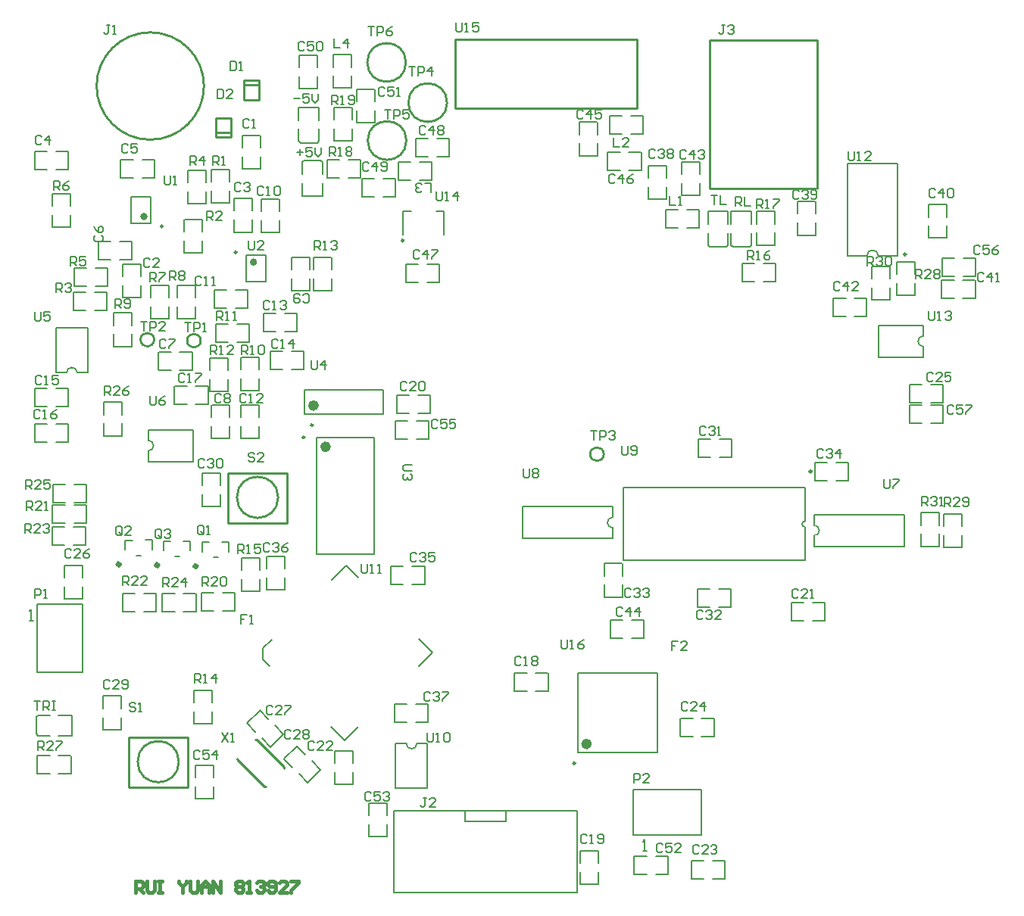
<source format=gto>
G04*
G04 #@! TF.GenerationSoftware,Altium Limited,Altium Designer,18.1.3 (115)*
G04*
G04 Layer_Color=65535*
%FSAX25Y25*%
%MOIN*%
G70*
G01*
G75*
%ADD10C,0.01575*%
%ADD11C,0.00984*%
%ADD12C,0.00700*%
%ADD13C,0.01000*%
%ADD14C,0.02000*%
%ADD15C,0.02362*%
%ADD16C,0.00787*%
%ADD17C,0.00800*%
%ADD18C,0.01500*%
D10*
X0201485Y0407160D02*
G03*
X0201485Y0407160I-0000787J0000000D01*
G01*
X0249723Y0387072D02*
G03*
X0249723Y0387072I-0000787J0000000D01*
G01*
D11*
X0209063Y0402830D02*
G03*
X0209063Y0402830I-0000492J0000000D01*
G01*
X0271501Y0309963D02*
G03*
X0271501Y0309963I-0000492J0000000D01*
G01*
X0275104Y0315377D02*
G03*
X0275104Y0315377I-0000492J0000000D01*
G01*
X0241553Y0391403D02*
G03*
X0241553Y0391403I-0000492J0000000D01*
G01*
X0536177Y0390531D02*
G03*
X0536177Y0390531I-0000492J0000000D01*
G01*
X0315056Y0396634D02*
G03*
X0315056Y0396634I-0000492J0000000D01*
G01*
X0390612Y0166469D02*
G03*
X0390612Y0166469I-0000492J0000000D01*
G01*
D12*
X0543759Y0354559D02*
G03*
X0543759Y0349874I0000000J-0002342D01*
G01*
X0316174Y0175159D02*
G03*
X0320859Y0175159I0002342J0000000D01*
G01*
X0495574Y0266574D02*
G03*
X0495574Y0271259I0000000J0002342D01*
G01*
X0202574Y0303974D02*
G03*
X0202574Y0308659I0000000J0002342D01*
G01*
X0171359Y0338374D02*
G03*
X0166674Y0338374I-0002342J0000000D01*
G01*
X0407059Y0274759D02*
G03*
X0407059Y0270074I0000000J-0002342D01*
G01*
D13*
X0259771Y0283515D02*
G03*
X0259771Y0283515I-0009055J0000000D01*
G01*
X0205216Y0352916D02*
G03*
X0205216Y0352916I-0003000J0000000D01*
G01*
X0225716Y0352516D02*
G03*
X0225716Y0352516I-0003000J0000000D01*
G01*
X0227138Y0464616D02*
G03*
X0227138Y0464616I-0023622J0000000D01*
G01*
X0316216Y0440616D02*
G03*
X0316216Y0440616I-0008500J0000000D01*
G01*
X0216071Y0167115D02*
G03*
X0216071Y0167115I-0009055J0000000D01*
G01*
X0494707Y0294915D02*
G03*
X0494707Y0294915I-0000591J0000000D01*
G01*
X0403116Y0302516D02*
G03*
X0403116Y0302516I-0003000J0000000D01*
G01*
X0334116Y0457316D02*
G03*
X0334116Y0457316I-0008500J0000000D01*
G01*
X0316016Y0475016D02*
G03*
X0316016Y0475016I-0008500J0000000D01*
G01*
X0263708Y0272267D02*
Y0294267D01*
X0237724D02*
X0263708D01*
X0237724Y0272267D02*
Y0294267D01*
Y0272267D02*
X0263708D01*
X0249831Y0176963D02*
X0250401D01*
X0262453Y0164912D01*
X0262453Y0164310D02*
X0262453Y0164912D01*
X0253575Y0156034D02*
X0254215D01*
X0241585Y0168024D02*
X0253575Y0156034D01*
X0241585Y0168024D02*
Y0168625D01*
X0244570Y0465137D02*
X0251263D01*
X0244570Y0458587D02*
X0251263D01*
Y0458637D02*
Y0467137D01*
X0244570Y0458637D02*
Y0467137D01*
X0251263D01*
X0232470Y0444095D02*
X0239163D01*
X0232470Y0450645D02*
X0239163D01*
X0232470Y0442095D02*
Y0450595D01*
X0239163Y0442095D02*
Y0450595D01*
X0232470Y0442095D02*
X0239163D01*
X0449673Y0419468D02*
Y0484823D01*
X0496917D01*
Y0419468D02*
Y0484823D01*
X0449673Y0419468D02*
X0496523D01*
X0194024Y0155867D02*
X0220008D01*
X0194024D02*
Y0177867D01*
X0220008D01*
Y0155867D02*
Y0177867D01*
X0417559Y0454911D02*
Y0485226D01*
X0337559Y0454911D02*
X0417559D01*
X0337559D02*
Y0485226D01*
X0417559D01*
D14*
X0206948Y0253624D02*
G03*
X0206948Y0253624I-0000492J0000000D01*
G01*
X0223949Y0253224D02*
G03*
X0223949Y0253224I-0000492J0000000D01*
G01*
X0190108Y0254024D02*
G03*
X0190108Y0254024I-0000492J0000000D01*
G01*
D15*
X0281836Y0305770D02*
G03*
X0281836Y0305770I-0001181J0000000D01*
G01*
X0276511Y0323940D02*
G03*
X0276511Y0323940I-0001181J0000000D01*
G01*
X0396715Y0174934D02*
G03*
X0396715Y0174934I-0001181J0000000D01*
G01*
D16*
X0523913Y0389842D02*
G03*
X0518913Y0389842I-0002500J0000000D01*
G01*
X0491616Y0273016D02*
G03*
X0491616Y0270516I0000000J-0001250D01*
G01*
X0195185Y0415822D02*
X0203847D01*
X0195185Y0404011D02*
X0203847D01*
X0195185D02*
Y0415822D01*
X0203847Y0404011D02*
Y0415822D01*
X0153616Y0236516D02*
X0173616D01*
X0153616Y0206516D02*
X0173616D01*
X0153616D02*
Y0236516D01*
X0173616Y0206516D02*
Y0236516D01*
X0537816Y0324116D02*
X0543148D01*
X0537816Y0316116D02*
X0543148D01*
X0537766Y0316179D02*
Y0324053D01*
X0552516Y0316179D02*
Y0324053D01*
X0547085Y0324116D02*
X0552516D01*
X0547085Y0316116D02*
X0552516D01*
X0561385Y0380916D02*
X0566716D01*
X0561385Y0388916D02*
X0566716D01*
X0566766Y0380979D02*
Y0388853D01*
X0552016Y0380979D02*
Y0388853D01*
Y0380916D02*
X0557448D01*
X0552016Y0388916D02*
X0557448D01*
X0561185Y0371216D02*
X0566516D01*
X0561185Y0379216D02*
X0566516D01*
X0566566Y0371279D02*
Y0379153D01*
X0551816Y0371279D02*
Y0379153D01*
Y0371216D02*
X0557248D01*
X0551816Y0379216D02*
X0557248D01*
X0540016Y0381785D02*
Y0387216D01*
X0532016Y0381785D02*
Y0387216D01*
X0532079D02*
X0539953D01*
X0532079Y0372466D02*
X0539953D01*
X0540016Y0372516D02*
Y0377848D01*
X0532016Y0372516D02*
Y0377848D01*
X0529016Y0379885D02*
Y0385316D01*
X0521016Y0379885D02*
Y0385316D01*
X0521079D02*
X0528953D01*
X0521079Y0370566D02*
X0528953D01*
X0529016Y0370616D02*
Y0375948D01*
X0521016Y0370616D02*
Y0375948D01*
X0524074Y0359216D02*
X0543759D01*
X0524074Y0345216D02*
Y0359216D01*
Y0345216D02*
X0543759D01*
Y0349874D01*
Y0354559D02*
Y0359216D01*
X0560616Y0270885D02*
Y0276316D01*
X0552616Y0270885D02*
Y0276316D01*
X0552679D02*
X0560553D01*
X0552679Y0261566D02*
X0560553D01*
X0560616Y0261616D02*
Y0266948D01*
X0552616Y0261616D02*
Y0266948D01*
X0550716Y0271272D02*
Y0276703D01*
X0542716Y0271272D02*
Y0276703D01*
X0542779D02*
X0550653D01*
X0542779Y0261953D02*
X0550653D01*
X0550716Y0262003D02*
Y0267335D01*
X0542716Y0262003D02*
Y0267335D01*
X0485816Y0237216D02*
X0491148D01*
X0485816Y0229216D02*
X0491148D01*
X0485766Y0229279D02*
Y0237153D01*
X0500516Y0229279D02*
Y0237153D01*
X0495085Y0237216D02*
X0500516D01*
X0495085Y0229216D02*
X0500516D01*
X0312116Y0328616D02*
X0317448D01*
X0312116Y0320616D02*
X0317448D01*
X0312066Y0320679D02*
Y0328553D01*
X0326816Y0320679D02*
Y0328553D01*
X0321385Y0328616D02*
X0326816D01*
X0321385Y0320616D02*
X0326816D01*
X0292816Y0166485D02*
Y0171816D01*
X0284816Y0166485D02*
Y0171816D01*
X0284879Y0171866D02*
X0292753D01*
X0284879Y0157116D02*
X0292753D01*
X0292816D02*
Y0162548D01*
X0284816Y0157116D02*
Y0162548D01*
X0214216Y0332416D02*
X0219548D01*
X0214216Y0324416D02*
X0219548D01*
X0214166Y0324479D02*
Y0332353D01*
X0228916Y0324479D02*
Y0332353D01*
X0223485Y0332416D02*
X0228916D01*
X0223485Y0324416D02*
X0228916D01*
X0251716Y0251485D02*
Y0256816D01*
X0243716Y0251485D02*
Y0256816D01*
X0243779Y0256866D02*
X0251653D01*
X0243779Y0242116D02*
X0251653D01*
X0251716D02*
Y0247548D01*
X0243716Y0242116D02*
Y0247548D01*
X0231416Y0160085D02*
Y0165416D01*
X0223416Y0160085D02*
Y0165416D01*
X0223479Y0165466D02*
X0231353D01*
X0223479Y0150716D02*
X0231353D01*
X0231416D02*
Y0156148D01*
X0223416Y0150716D02*
Y0156148D01*
X0163185Y0161716D02*
X0168516D01*
X0163185Y0169716D02*
X0168516D01*
X0168566Y0161779D02*
Y0169653D01*
X0153816Y0161779D02*
Y0169653D01*
Y0161716D02*
X0159248D01*
X0153816Y0169716D02*
X0159248D01*
X0307616Y0143485D02*
Y0148816D01*
X0299616Y0143485D02*
Y0148816D01*
X0299679Y0148866D02*
X0307553D01*
X0299679Y0134116D02*
X0307553D01*
X0307616D02*
Y0139548D01*
X0299616Y0134116D02*
Y0139548D01*
X0425885Y0117416D02*
X0431216D01*
X0425885Y0125416D02*
X0431216D01*
X0431266Y0117479D02*
Y0125353D01*
X0416516Y0117479D02*
Y0125353D01*
Y0117416D02*
X0421948D01*
X0416516Y0125416D02*
X0421948D01*
X0311116Y0192616D02*
X0316448D01*
X0311116Y0184616D02*
X0316448D01*
X0311066Y0184679D02*
Y0192553D01*
X0325816Y0184679D02*
Y0192553D01*
X0320385Y0192616D02*
X0325816D01*
X0320385Y0184616D02*
X0325816D01*
X0311516Y0155474D02*
Y0175159D01*
Y0155474D02*
X0325516D01*
Y0175159D01*
X0320859D02*
X0325516D01*
X0311516D02*
X0316174D01*
X0310816Y0109476D02*
X0310816Y0145366D01*
X0391416D02*
X0391416Y0109476D01*
X0310816Y0109476D02*
X0391416Y0109476D01*
X0310816Y0145366D02*
X0391416D01*
X0360116Y0140716D02*
Y0145047D01*
X0342116Y0145047D02*
X0342116Y0140716D01*
X0360116D01*
X0309516Y0253316D02*
X0314848D01*
X0309516Y0245316D02*
X0314848D01*
X0309466Y0245379D02*
Y0253253D01*
X0324216Y0245379D02*
Y0253253D01*
X0318785Y0253316D02*
X0324216D01*
X0318785Y0245316D02*
X0324216D01*
X0252580Y0177396D02*
X0256350Y0173626D01*
X0258237Y0183053D02*
X0262006Y0179283D01*
X0256430Y0173635D02*
X0261997Y0179203D01*
X0246000Y0184065D02*
X0251568Y0189633D01*
X0245955Y0184020D02*
X0249796Y0180180D01*
X0251612Y0189677D02*
X0255453Y0185837D01*
X0200785Y0233216D02*
X0206116D01*
X0200785Y0241216D02*
X0206116D01*
X0206166Y0233279D02*
Y0241153D01*
X0191416Y0233279D02*
Y0241153D01*
Y0233216D02*
X0196848D01*
X0191416Y0241216D02*
X0196848D01*
X0254878Y0242816D02*
Y0248148D01*
X0262878Y0242816D02*
Y0248148D01*
X0254941Y0242766D02*
X0262815D01*
X0254941Y0257516D02*
X0262815D01*
X0254878Y0252085D02*
Y0257516D01*
X0262878Y0252085D02*
Y0257516D01*
X0226416Y0279616D02*
Y0284948D01*
X0234416Y0279616D02*
Y0284948D01*
X0226479Y0279566D02*
X0234353D01*
X0226479Y0294316D02*
X0234353D01*
X0226416Y0288885D02*
Y0294316D01*
X0234416Y0288885D02*
Y0294316D01*
X0169985Y0281316D02*
X0175316D01*
X0169985Y0289316D02*
X0175316D01*
X0175366Y0281379D02*
Y0289253D01*
X0160616Y0281379D02*
Y0289253D01*
Y0281316D02*
X0166048D01*
X0160616Y0289316D02*
X0166048D01*
X0169785Y0262616D02*
X0175116D01*
X0169785Y0270616D02*
X0175116D01*
X0175166Y0262679D02*
Y0270553D01*
X0160416Y0262679D02*
Y0270553D01*
Y0262616D02*
X0165848D01*
X0160416Y0270616D02*
X0165848D01*
X0169885Y0272016D02*
X0175216D01*
X0169885Y0280016D02*
X0175216D01*
X0175266Y0272079D02*
Y0279953D01*
X0160516Y0272079D02*
Y0279953D01*
Y0272016D02*
X0165948D01*
X0160516Y0280016D02*
X0165948D01*
X0214256Y0257416D02*
X0216256D01*
X0218111Y0264316D02*
X0221162D01*
Y0260016D02*
Y0264316D01*
X0209351Y0264216D02*
X0212402D01*
X0209351Y0260016D02*
Y0264216D01*
X0231256Y0257016D02*
X0233256D01*
X0235111Y0263916D02*
X0238162D01*
Y0259616D02*
Y0263916D01*
X0226351Y0263816D02*
X0229402D01*
X0226351Y0259616D02*
Y0263816D01*
X0197416Y0257816D02*
X0199416D01*
X0201271Y0264716D02*
X0204322D01*
Y0260416D02*
Y0264716D01*
X0192511Y0264616D02*
X0195562D01*
X0192511Y0260416D02*
Y0264616D01*
X0496116Y0298716D02*
X0501448D01*
X0496116Y0290716D02*
X0501448D01*
X0496066Y0290779D02*
Y0298653D01*
X0510816Y0290779D02*
Y0298653D01*
X0505385Y0298716D02*
X0510816D01*
X0505385Y0290716D02*
X0510816D01*
X0495574Y0266574D02*
X0495574Y0261916D01*
Y0271259D02*
Y0275916D01*
X0535259D01*
X0535259Y0261916D02*
X0535259Y0275916D01*
X0495574Y0261916D02*
X0535259D01*
X0411216Y0248985D02*
Y0254316D01*
X0403216Y0248985D02*
Y0254316D01*
X0403279Y0254366D02*
X0411153D01*
X0403279Y0239616D02*
X0411153D01*
X0411216D02*
Y0245048D01*
X0403216Y0239616D02*
Y0245048D01*
X0444316Y0243016D02*
X0449648D01*
X0444316Y0235016D02*
X0449648D01*
X0444266Y0235079D02*
Y0242953D01*
X0459016Y0235079D02*
Y0242953D01*
X0453585Y0243016D02*
X0459016D01*
X0453585Y0235016D02*
X0459016D01*
X0454085Y0301116D02*
X0459416D01*
X0454085Y0309116D02*
X0459416D01*
X0459466Y0301179D02*
Y0309053D01*
X0444716Y0301179D02*
Y0309053D01*
Y0301116D02*
X0450148D01*
X0444716Y0309116D02*
X0450148D01*
X0311416Y0317316D02*
X0316748D01*
X0311416Y0309316D02*
X0316748D01*
X0311366Y0309379D02*
Y0317253D01*
X0326116Y0309379D02*
Y0317253D01*
X0320685Y0317316D02*
X0326116D01*
X0320685Y0309316D02*
X0326116D01*
X0537716Y0333116D02*
X0543048D01*
X0537716Y0325116D02*
X0543048D01*
X0537666Y0325179D02*
Y0333053D01*
X0552416Y0325179D02*
Y0333053D01*
X0546985Y0333116D02*
X0552416D01*
X0546985Y0325116D02*
X0552416D01*
X0276718Y0258526D02*
Y0309707D01*
X0301915Y0258526D02*
Y0309707D01*
X0276718Y0309707D02*
X0301915Y0309707D01*
X0276718Y0258526D02*
X0301915Y0258526D01*
X0256496Y0347816D02*
X0261827D01*
X0256496Y0339816D02*
X0261827D01*
X0256446Y0339879D02*
Y0347753D01*
X0271196Y0339879D02*
Y0347753D01*
X0265764Y0347816D02*
X0271196D01*
X0265764Y0339816D02*
X0271196D01*
X0253316Y0364616D02*
X0258648D01*
X0253316Y0356616D02*
X0258648D01*
X0253266Y0356679D02*
Y0364553D01*
X0268016Y0356679D02*
Y0364553D01*
X0262585Y0364616D02*
X0268016D01*
X0262585Y0356616D02*
X0268016D01*
X0207216Y0347616D02*
X0212548D01*
X0207216Y0339616D02*
X0212548D01*
X0207166Y0339679D02*
Y0347553D01*
X0221916Y0339679D02*
Y0347553D01*
X0216485Y0347616D02*
X0221916D01*
X0216485Y0339616D02*
X0221916D01*
X0271393Y0320003D02*
X0306039D01*
X0271393Y0330830D02*
X0306039D01*
X0271393Y0320003D02*
Y0330830D01*
X0306039Y0320003D02*
Y0330830D01*
X0243416Y0309616D02*
Y0314948D01*
X0251416Y0309616D02*
Y0314948D01*
X0243479Y0309566D02*
X0251353D01*
X0243479Y0324316D02*
X0251353D01*
X0243416Y0318885D02*
Y0324316D01*
X0251416Y0318885D02*
Y0324316D01*
X0243516Y0330576D02*
Y0335908D01*
X0251516Y0330576D02*
Y0335908D01*
X0243579Y0330526D02*
X0251453D01*
X0243579Y0345276D02*
X0251453D01*
X0243516Y0339844D02*
Y0345276D01*
X0251516Y0339844D02*
Y0345276D01*
X0202574Y0299316D02*
X0222259D01*
Y0313316D01*
X0202574D02*
X0222259D01*
X0202574Y0308659D02*
Y0313316D01*
Y0299316D02*
Y0303974D01*
X0152616Y0315916D02*
X0157948D01*
X0152616Y0307916D02*
X0157948D01*
X0152566Y0307979D02*
Y0315853D01*
X0167316Y0307979D02*
Y0315853D01*
X0161885Y0315916D02*
X0167316D01*
X0161885Y0307916D02*
X0167316D01*
X0152816Y0331416D02*
X0158148D01*
X0152816Y0323416D02*
X0158148D01*
X0152766Y0323479D02*
Y0331353D01*
X0167516Y0323479D02*
Y0331353D01*
X0162085Y0331416D02*
X0167516D01*
X0162085Y0323416D02*
X0167516D01*
X0223316Y0371585D02*
Y0376916D01*
X0215316Y0371585D02*
Y0376916D01*
X0215379Y0376966D02*
X0223253D01*
X0215379Y0362216D02*
X0223253D01*
X0223316D02*
Y0367648D01*
X0215316Y0362216D02*
Y0367648D01*
X0240985Y0366716D02*
X0246316D01*
X0240985Y0374716D02*
X0246316D01*
X0246366Y0366779D02*
Y0374653D01*
X0231616Y0366779D02*
Y0374653D01*
Y0366716D02*
X0237048D01*
X0231616Y0374716D02*
X0237048D01*
X0187416Y0350016D02*
Y0355348D01*
X0195416Y0350016D02*
Y0355348D01*
X0187479Y0349966D02*
X0195353D01*
X0187479Y0364716D02*
X0195353D01*
X0187416Y0359285D02*
Y0364716D01*
X0195416Y0359285D02*
Y0364716D01*
X0306085Y0415816D02*
X0311416D01*
X0306085Y0423816D02*
X0311416D01*
X0311466Y0415879D02*
Y0423753D01*
X0296716Y0415879D02*
Y0423753D01*
Y0415816D02*
X0302148D01*
X0296716Y0423816D02*
X0302148D01*
X0230516Y0309416D02*
Y0314748D01*
X0238516Y0309416D02*
Y0314748D01*
X0230579Y0309366D02*
X0238453D01*
X0230579Y0324116D02*
X0238453D01*
X0230516Y0318685D02*
Y0324116D01*
X0238516Y0318685D02*
Y0324116D01*
X0237716Y0339444D02*
Y0344776D01*
X0229716Y0339444D02*
Y0344776D01*
X0229779Y0344826D02*
X0237653D01*
X0229779Y0330076D02*
X0237653D01*
X0237716D02*
Y0335507D01*
X0229716Y0330076D02*
Y0335507D01*
X0273716Y0383885D02*
Y0389216D01*
X0265716Y0383885D02*
Y0389216D01*
X0265779Y0389266D02*
X0273653D01*
X0265779Y0374516D02*
X0273653D01*
X0273716D02*
Y0379948D01*
X0265716Y0374516D02*
Y0379948D01*
X0211716Y0371385D02*
Y0376716D01*
X0203716Y0371385D02*
Y0376716D01*
X0203779Y0376766D02*
X0211653D01*
X0203779Y0362016D02*
X0211653D01*
X0211716D02*
Y0367448D01*
X0203716Y0362016D02*
Y0367448D01*
X0241585Y0351816D02*
X0246916D01*
X0241585Y0359816D02*
X0246916D01*
X0246966Y0351879D02*
Y0359753D01*
X0232216Y0351879D02*
Y0359753D01*
Y0351816D02*
X0237648D01*
X0232216Y0359816D02*
X0237648D01*
X0252216Y0400116D02*
Y0405448D01*
X0260216Y0400116D02*
Y0405448D01*
X0252279Y0400066D02*
X0260153D01*
X0252279Y0414816D02*
X0260153D01*
X0252216Y0409385D02*
Y0414816D01*
X0260216Y0409385D02*
Y0414816D01*
X0245785Y0378411D02*
Y0390222D01*
X0254447Y0378411D02*
Y0390222D01*
X0245785D02*
X0254447D01*
X0245785Y0378411D02*
X0254447D01*
X0180616Y0396216D02*
X0185948D01*
X0180616Y0388216D02*
X0185948D01*
X0180566Y0388279D02*
Y0396153D01*
X0195316Y0388279D02*
Y0396153D01*
X0189885Y0396216D02*
X0195316D01*
X0189885Y0388216D02*
X0195316D01*
X0160416Y0402416D02*
Y0407748D01*
X0168416Y0402416D02*
Y0407748D01*
X0160479Y0402366D02*
X0168353D01*
X0160479Y0417116D02*
X0168353D01*
X0160416Y0411685D02*
Y0417116D01*
X0168416Y0411685D02*
Y0417116D01*
X0170116Y0384416D02*
X0175448D01*
X0170116Y0376416D02*
X0175448D01*
X0170066Y0376479D02*
Y0384353D01*
X0184816Y0376479D02*
Y0384353D01*
X0179385Y0384416D02*
X0184816D01*
X0179385Y0376416D02*
X0184816D01*
X0169816Y0373716D02*
X0175148D01*
X0169816Y0365716D02*
X0175148D01*
X0169766Y0365779D02*
Y0373653D01*
X0184516Y0365779D02*
Y0373653D01*
X0179085Y0373716D02*
X0184516D01*
X0179085Y0365716D02*
X0184516D01*
X0199416Y0380785D02*
Y0386116D01*
X0191416Y0380785D02*
Y0386116D01*
X0191479Y0386166D02*
X0199353D01*
X0191479Y0371416D02*
X0199353D01*
X0199416D02*
Y0376848D01*
X0191416Y0371416D02*
Y0376848D01*
X0218516Y0391176D02*
Y0396508D01*
X0226516Y0391176D02*
Y0396508D01*
X0218579Y0391126D02*
X0226453D01*
X0218579Y0405876D02*
X0226453D01*
X0218516Y0400445D02*
Y0405876D01*
X0226516Y0400445D02*
Y0405876D01*
X0230316Y0413216D02*
Y0418548D01*
X0238316Y0413216D02*
Y0418548D01*
X0230379Y0413166D02*
X0238253D01*
X0230379Y0427916D02*
X0238253D01*
X0230316Y0422485D02*
Y0427916D01*
X0238316Y0422485D02*
Y0427916D01*
X0228016Y0422185D02*
Y0427516D01*
X0220016Y0422185D02*
Y0427516D01*
X0220079Y0427566D02*
X0227953D01*
X0220079Y0412816D02*
X0227953D01*
X0228016D02*
Y0418248D01*
X0220016Y0412816D02*
Y0418248D01*
X0290685Y0424136D02*
X0296016D01*
X0290685Y0432136D02*
X0296016D01*
X0296066Y0424199D02*
Y0432073D01*
X0281316Y0424199D02*
Y0432073D01*
Y0424136D02*
X0286748D01*
X0281316Y0432136D02*
X0286748D01*
X0415285Y0221416D02*
X0420616D01*
X0415285Y0229416D02*
X0420616D01*
X0420666Y0221479D02*
Y0229353D01*
X0405916Y0221479D02*
Y0229353D01*
Y0221416D02*
X0411348D01*
X0405916Y0229416D02*
X0411348D01*
X0439685Y0402316D02*
X0445016D01*
X0439685Y0410316D02*
X0445016D01*
X0445066Y0402379D02*
Y0410253D01*
X0430316Y0402379D02*
Y0410253D01*
Y0402316D02*
X0435748D01*
X0430316Y0410316D02*
X0435748D01*
X0473285Y0378616D02*
X0478616D01*
X0473285Y0386616D02*
X0478616D01*
X0478666Y0378679D02*
Y0386553D01*
X0463916Y0378679D02*
Y0386553D01*
Y0378616D02*
X0469348D01*
X0463916Y0386616D02*
X0469348D01*
X0478316Y0403985D02*
Y0409316D01*
X0470316Y0403985D02*
Y0409316D01*
X0470379Y0409366D02*
X0478253D01*
X0470379Y0394616D02*
X0478253D01*
X0478316D02*
Y0400048D01*
X0470316Y0394616D02*
Y0400048D01*
X0510216Y0389842D02*
Y0430590D01*
X0532216Y0389842D02*
Y0430590D01*
X0510216D02*
X0532216D01*
X0510216Y0389842D02*
X0518913D01*
X0523913D02*
X0532216D01*
X0496216Y0408346D02*
Y0413678D01*
X0488216Y0408346D02*
Y0413678D01*
X0488279Y0413728D02*
X0496153D01*
X0488279Y0398978D02*
X0496153D01*
X0496216D02*
Y0404409D01*
X0488216Y0398978D02*
Y0404409D01*
X0437416Y0416416D02*
Y0421748D01*
X0445416Y0416416D02*
Y0421748D01*
X0437479Y0416366D02*
X0445353D01*
X0437479Y0431116D02*
X0445353D01*
X0437416Y0425685D02*
Y0431116D01*
X0445416Y0425685D02*
Y0431116D01*
X0325385Y0378316D02*
X0330716D01*
X0325385Y0386316D02*
X0330716D01*
X0330766Y0378379D02*
Y0386253D01*
X0316016Y0378379D02*
Y0386253D01*
Y0378316D02*
X0321448D01*
X0316016Y0386316D02*
X0321448D01*
X0329328Y0409429D02*
X0332871D01*
Y0399193D02*
Y0409429D01*
X0314761D02*
X0318304D01*
X0314761Y0399193D02*
Y0409429D01*
X0302216Y0457885D02*
Y0463216D01*
X0294216Y0457885D02*
Y0463216D01*
X0294279Y0463266D02*
X0302153D01*
X0294279Y0448516D02*
X0302153D01*
X0302216D02*
Y0453948D01*
X0294216Y0448516D02*
Y0453948D01*
X0329585Y0433516D02*
X0334916D01*
X0329585Y0441516D02*
X0334916D01*
X0334966Y0433579D02*
Y0441453D01*
X0320216Y0433579D02*
Y0441453D01*
Y0433516D02*
X0325648D01*
X0320216Y0441516D02*
X0325648D01*
X0277716Y0440435D02*
Y0445667D01*
X0276916Y0439635D02*
X0277716Y0440435D01*
X0269616Y0439635D02*
X0276916D01*
X0268816Y0440435D02*
X0269616Y0439635D01*
X0268816Y0440435D02*
Y0445667D01*
Y0455312D02*
X0277716D01*
X0268816Y0449604D02*
Y0455312D01*
X0277716Y0449604D02*
Y0455312D01*
X0269116Y0463616D02*
Y0468948D01*
X0277116Y0463616D02*
Y0468948D01*
X0269179Y0463566D02*
X0277053D01*
X0269179Y0478316D02*
X0277053D01*
X0269116Y0472885D02*
Y0478316D01*
X0277116Y0472885D02*
Y0478316D01*
X0284216Y0440416D02*
Y0445748D01*
X0292216Y0440416D02*
Y0445748D01*
X0284279Y0440366D02*
X0292153D01*
X0284279Y0455116D02*
X0292153D01*
X0284216Y0449685D02*
Y0455116D01*
X0292216Y0449685D02*
Y0455116D01*
X0270316Y0416239D02*
Y0421948D01*
X0279216Y0416239D02*
Y0421948D01*
X0270316Y0416239D02*
X0279216D01*
Y0425885D02*
Y0431116D01*
X0278416Y0431916D02*
X0279216Y0431116D01*
X0271116Y0431916D02*
X0278416D01*
X0270316Y0431116D02*
X0271116Y0431916D01*
X0270316Y0425885D02*
Y0431116D01*
X0312716D02*
X0318048D01*
X0312716Y0423116D02*
X0318048D01*
X0312666Y0423179D02*
Y0431053D01*
X0327416Y0423179D02*
Y0431053D01*
X0321985Y0431116D02*
X0327416D01*
X0321985Y0423116D02*
X0327416D01*
X0414185Y0427416D02*
X0419516D01*
X0414185Y0435416D02*
X0419516D01*
X0419566Y0427479D02*
Y0435353D01*
X0404816Y0427479D02*
Y0435353D01*
Y0427416D02*
X0410248D01*
X0404816Y0435416D02*
X0410248D01*
X0400216Y0443285D02*
Y0448616D01*
X0392216Y0443285D02*
Y0448616D01*
X0392279Y0448666D02*
X0400153D01*
X0392279Y0433916D02*
X0400153D01*
X0400216D02*
Y0439348D01*
X0392216Y0433916D02*
Y0439348D01*
X0415085Y0443616D02*
X0420416D01*
X0415085Y0451616D02*
X0420416D01*
X0420466Y0443679D02*
Y0451553D01*
X0405716Y0443679D02*
Y0451553D01*
Y0443616D02*
X0411148D01*
X0405716Y0451616D02*
X0411148D01*
X0222816Y0183716D02*
Y0189148D01*
X0230816Y0183716D02*
Y0189148D01*
X0222879Y0183716D02*
X0230753D01*
X0222879Y0198466D02*
X0230753D01*
X0222816Y0193085D02*
Y0198416D01*
X0230816Y0193085D02*
Y0198416D01*
X0154016Y0178616D02*
X0159248D01*
X0153216Y0179416D02*
X0154016Y0178616D01*
X0153216Y0179416D02*
Y0186716D01*
X0154016Y0187516D01*
X0159248D01*
X0168893Y0178616D02*
Y0187516D01*
X0163185D02*
X0168893D01*
X0163185Y0178616D02*
X0168893D01*
X0268898Y0161720D02*
X0272739Y0157879D01*
X0274555Y0167377D02*
X0278396Y0163536D01*
X0272783Y0157924D02*
X0278351Y0163492D01*
X0262354Y0168354D02*
X0267921Y0173922D01*
X0262344Y0168274D02*
X0266114Y0164504D01*
X0268001Y0173931D02*
X0271771Y0170161D01*
X0190616Y0190585D02*
Y0196016D01*
X0182616Y0190585D02*
Y0196016D01*
X0182679D02*
X0190553D01*
X0182679Y0181266D02*
X0190553D01*
X0190616Y0181316D02*
Y0186648D01*
X0182616Y0181316D02*
Y0186648D01*
X0191016Y0319945D02*
Y0325376D01*
X0183016Y0319945D02*
Y0325376D01*
X0183079D02*
X0190953D01*
X0183079Y0310626D02*
X0190953D01*
X0191016Y0310676D02*
Y0316007D01*
X0183016Y0310676D02*
Y0316007D01*
X0226016Y0241389D02*
X0231448D01*
X0226016Y0233389D02*
X0231448D01*
X0226016Y0233452D02*
Y0241326D01*
X0240766Y0233452D02*
Y0241326D01*
X0235385Y0241389D02*
X0240716D01*
X0235385Y0233389D02*
X0240716D01*
X0208816Y0241116D02*
X0214248D01*
X0208816Y0233116D02*
X0214248D01*
X0208816Y0233179D02*
Y0241053D01*
X0223566Y0233179D02*
Y0241053D01*
X0218185Y0241116D02*
X0223516D01*
X0218185Y0233116D02*
X0223516D01*
X0292016Y0472985D02*
Y0478416D01*
X0284016Y0472985D02*
Y0478416D01*
X0284079D02*
X0291953D01*
X0284079Y0463666D02*
X0291953D01*
X0292016Y0463716D02*
Y0469048D01*
X0284016Y0463716D02*
Y0469048D01*
X0391597Y0170996D02*
X0426636D01*
X0391597Y0206036D02*
X0426636D01*
X0391597Y0170996D02*
Y0206036D01*
X0426636Y0170996D02*
Y0206036D01*
X0171359Y0338374D02*
X0176016D01*
X0162016D02*
X0166674D01*
X0162016D02*
Y0358059D01*
X0176016D01*
Y0338374D02*
Y0358059D01*
X0491616Y0287691D02*
X0491616Y0273016D01*
Y0255841D02*
Y0270516D01*
X0411616Y0255841D02*
X0491616Y0255841D01*
X0411616Y0287691D02*
X0411616Y0255841D01*
X0411616Y0287691D02*
X0491616D01*
X0446185Y0178316D02*
X0451616D01*
X0446185Y0186316D02*
X0451616D01*
Y0178379D02*
Y0186253D01*
X0436866Y0178379D02*
Y0186253D01*
X0436916Y0178316D02*
X0442248D01*
X0436916Y0186316D02*
X0442248D01*
X0457816Y0394616D02*
Y0399848D01*
X0457016Y0393816D02*
X0457816Y0394616D01*
X0449716Y0393816D02*
X0457016D01*
X0448916Y0394616D02*
X0449716Y0393816D01*
X0448916Y0394616D02*
Y0399848D01*
Y0409493D02*
X0457816D01*
X0448916Y0403785D02*
Y0409493D01*
X0457816Y0403785D02*
Y0409493D01*
X0468016Y0403685D02*
Y0409393D01*
X0459116Y0403685D02*
Y0409393D01*
X0468016D01*
X0459116Y0394516D02*
Y0399748D01*
Y0394516D02*
X0459916Y0393716D01*
X0467216D01*
X0468016Y0394516D01*
Y0399748D01*
X0430816Y0424185D02*
Y0429616D01*
X0422816Y0424185D02*
Y0429616D01*
X0422879D02*
X0430753D01*
X0422879Y0414866D02*
X0430753D01*
X0430816Y0414916D02*
Y0420248D01*
X0422816Y0414916D02*
Y0420248D01*
X0504116Y0371316D02*
X0509548D01*
X0504116Y0363316D02*
X0509548D01*
X0504116Y0363379D02*
Y0371253D01*
X0518866Y0363379D02*
Y0371253D01*
X0513485Y0371316D02*
X0518816D01*
X0513485Y0363316D02*
X0518816D01*
X0554116Y0406985D02*
Y0412416D01*
X0546116Y0406985D02*
Y0412416D01*
X0546179D02*
X0554053D01*
X0546179Y0397666D02*
X0554053D01*
X0554116Y0397716D02*
Y0403048D01*
X0546116Y0397716D02*
Y0403048D01*
X0243916Y0428016D02*
Y0433448D01*
X0251916Y0428016D02*
Y0433448D01*
X0243979Y0428016D02*
X0251853D01*
X0243979Y0442766D02*
X0251853D01*
X0243916Y0437385D02*
Y0442716D01*
X0251916Y0437385D02*
Y0442716D01*
X0240316Y0400316D02*
Y0405748D01*
X0248316Y0400316D02*
Y0405748D01*
X0240379Y0400316D02*
X0248253D01*
X0240379Y0415066D02*
X0248253D01*
X0240316Y0409685D02*
Y0415016D01*
X0248316Y0409685D02*
Y0415016D01*
X0152716Y0435676D02*
X0158148D01*
X0152716Y0427676D02*
X0158148D01*
X0152716Y0427739D02*
Y0435613D01*
X0167466Y0427739D02*
Y0435613D01*
X0162085Y0435676D02*
X0167416D01*
X0162085Y0427676D02*
X0167416D01*
X0190516Y0432116D02*
X0195948D01*
X0190516Y0424116D02*
X0195948D01*
X0190516Y0424179D02*
Y0432053D01*
X0205266Y0424179D02*
Y0432053D01*
X0199885Y0432116D02*
X0205216D01*
X0199885Y0424116D02*
X0205216D01*
X0416016Y0154716D02*
X0446016D01*
X0416016Y0134716D02*
X0446016D01*
Y0154716D01*
X0416016Y0134716D02*
Y0154716D01*
X0367374Y0279416D02*
X0407059D01*
X0367374D02*
X0367374Y0265416D01*
X0407059D01*
X0407059Y0270074D01*
X0407059Y0274759D02*
X0407059Y0279416D01*
X0451085Y0115416D02*
X0456516D01*
X0451085Y0123416D02*
X0456516D01*
Y0115479D02*
Y0123353D01*
X0441766Y0115479D02*
Y0123353D01*
X0441816Y0115416D02*
X0447148D01*
X0441816Y0123416D02*
X0447148D01*
X0400716Y0122485D02*
Y0127916D01*
X0392716Y0122485D02*
Y0127916D01*
X0392779D02*
X0400653D01*
X0392779Y0113166D02*
X0400653D01*
X0400716Y0113216D02*
Y0118548D01*
X0392716Y0113216D02*
Y0118548D01*
X0363816Y0206216D02*
X0369248D01*
X0363816Y0198216D02*
X0369248D01*
X0363816Y0198279D02*
Y0206153D01*
X0378566Y0198279D02*
Y0206153D01*
X0373185Y0206216D02*
X0378516D01*
X0373185Y0198216D02*
X0378516D01*
X0173716Y0248185D02*
Y0253616D01*
X0165716Y0248185D02*
Y0253616D01*
X0165779D02*
X0173653D01*
X0165779Y0238866D02*
X0173653D01*
X0173716Y0238916D02*
Y0244248D01*
X0165716Y0238916D02*
Y0244248D01*
X0283216Y0383785D02*
Y0389216D01*
X0275216Y0383785D02*
Y0389216D01*
X0275279D02*
X0283153D01*
X0275279Y0374466D02*
X0283153D01*
X0283216Y0374516D02*
Y0379848D01*
X0275216Y0374516D02*
Y0379848D01*
D17*
X0253204Y0212075D02*
X0256032Y0209247D01*
X0253204Y0212075D02*
Y0217025D01*
X0257093Y0220914D01*
X0282902Y0182377D02*
X0288913Y0176366D01*
X0294923Y0182377D01*
X0283256Y0247077D02*
X0289620Y0253441D01*
X0294923Y0248138D01*
X0321793Y0209247D02*
X0327803Y0215257D01*
X0321793Y0221268D02*
X0327803Y0215257D01*
X0152316Y0193815D02*
X0154982D01*
X0153649D01*
Y0189816D01*
X0156315D02*
Y0193815D01*
X0158314D01*
X0158981Y0193148D01*
Y0191815D01*
X0158314Y0191149D01*
X0156315D01*
X0157648D02*
X0158981Y0189816D01*
X0160314Y0193815D02*
X0161646D01*
X0160980D01*
Y0189816D01*
X0160314D01*
X0161646D01*
X0461116Y0411916D02*
Y0415915D01*
X0463116D01*
X0463782Y0415248D01*
Y0413915D01*
X0463116Y0413249D01*
X0461116D01*
X0462449D02*
X0463782Y0411916D01*
X0465115Y0415915D02*
Y0411916D01*
X0467781D01*
X0450416Y0416415D02*
X0453082D01*
X0451749D01*
Y0412416D01*
X0454415Y0416415D02*
Y0412416D01*
X0457081D01*
X0266616Y0459315D02*
X0269282D01*
X0273281Y0461315D02*
X0270615D01*
Y0459315D01*
X0271948Y0459982D01*
X0272614D01*
X0273281Y0459315D01*
Y0457983D01*
X0272614Y0457316D01*
X0271281D01*
X0270615Y0457983D01*
X0274614Y0461315D02*
Y0458649D01*
X0275946Y0457316D01*
X0277279Y0458649D01*
Y0461315D01*
X0267916Y0435578D02*
X0270582D01*
X0269249Y0436911D02*
Y0434246D01*
X0274581Y0437578D02*
X0271915D01*
Y0435578D01*
X0273248Y0436245D01*
X0273914D01*
X0274581Y0435578D01*
Y0434246D01*
X0273914Y0433579D01*
X0272581D01*
X0271915Y0434246D01*
X0275914Y0437578D02*
Y0434912D01*
X0277246Y0433579D01*
X0278579Y0434912D01*
Y0437578D01*
X0150316Y0229216D02*
X0151982D01*
X0151149D01*
Y0234215D01*
X0150316Y0233382D01*
X0420216Y0127716D02*
X0421882D01*
X0421049D01*
Y0132715D01*
X0420216Y0131881D01*
X0435634Y0220202D02*
X0432968D01*
Y0218203D01*
X0434301D01*
X0432968D01*
Y0216203D01*
X0439633D02*
X0436967D01*
X0439633Y0218869D01*
Y0219535D01*
X0438966Y0220202D01*
X0437633D01*
X0436967Y0219535D01*
X0246022Y0231815D02*
X0243356D01*
Y0229816D01*
X0244689D01*
X0243356D01*
Y0227816D01*
X0247355D02*
X0248688D01*
X0248022D01*
Y0231815D01*
X0247355Y0231148D01*
X0543100Y0279921D02*
Y0283919D01*
X0545099D01*
X0545766Y0283253D01*
Y0281920D01*
X0545099Y0281253D01*
X0543100D01*
X0544433D02*
X0545766Y0279921D01*
X0547099Y0283253D02*
X0547765Y0283919D01*
X0549098D01*
X0549764Y0283253D01*
Y0282586D01*
X0549098Y0281920D01*
X0548432D01*
X0549098D01*
X0549764Y0281253D01*
Y0280587D01*
X0549098Y0279921D01*
X0547765D01*
X0547099Y0280587D01*
X0551097Y0279921D02*
X0552430D01*
X0551764D01*
Y0283919D01*
X0551097Y0283253D01*
X0518916Y0385616D02*
Y0389615D01*
X0520916D01*
X0521582Y0388948D01*
Y0387615D01*
X0520916Y0386949D01*
X0518916D01*
X0520249D02*
X0521582Y0385616D01*
X0522915Y0388948D02*
X0523581Y0389615D01*
X0524914D01*
X0525581Y0388948D01*
Y0388282D01*
X0524914Y0387615D01*
X0524248D01*
X0524914D01*
X0525581Y0386949D01*
Y0386283D01*
X0524914Y0385616D01*
X0523581D01*
X0522915Y0386283D01*
X0526914Y0388948D02*
X0527580Y0389615D01*
X0528913D01*
X0529579Y0388948D01*
Y0386283D01*
X0528913Y0385616D01*
X0527580D01*
X0526914Y0386283D01*
Y0388948D01*
X0553000Y0279560D02*
Y0283559D01*
X0554999D01*
X0555666Y0282892D01*
Y0281559D01*
X0554999Y0280893D01*
X0553000D01*
X0554333D02*
X0555666Y0279560D01*
X0559664D02*
X0556999D01*
X0559664Y0282226D01*
Y0282892D01*
X0558998Y0283559D01*
X0557665D01*
X0556999Y0282892D01*
X0560997Y0280226D02*
X0561664Y0279560D01*
X0562997D01*
X0563663Y0280226D01*
Y0282892D01*
X0562997Y0283559D01*
X0561664D01*
X0560997Y0282892D01*
Y0282226D01*
X0561664Y0281559D01*
X0563663D01*
X0540533Y0379816D02*
Y0383815D01*
X0542532D01*
X0543199Y0383148D01*
Y0381816D01*
X0542532Y0381149D01*
X0540533D01*
X0541866D02*
X0543199Y0379816D01*
X0547197D02*
X0544532D01*
X0547197Y0382482D01*
Y0383148D01*
X0546531Y0383815D01*
X0545198D01*
X0544532Y0383148D01*
X0548530D02*
X0549197Y0383815D01*
X0550530D01*
X0551196Y0383148D01*
Y0382482D01*
X0550530Y0381816D01*
X0551196Y0381149D01*
Y0380483D01*
X0550530Y0379816D01*
X0549197D01*
X0548530Y0380483D01*
Y0381149D01*
X0549197Y0381816D01*
X0548530Y0382482D01*
Y0383148D01*
X0549197Y0381816D02*
X0550530D01*
X0557082Y0323448D02*
X0556416Y0324115D01*
X0555083D01*
X0554416Y0323448D01*
Y0320783D01*
X0555083Y0320116D01*
X0556416D01*
X0557082Y0320783D01*
X0561081Y0324115D02*
X0558415D01*
Y0322115D01*
X0559748Y0322782D01*
X0560414D01*
X0561081Y0322115D01*
Y0320783D01*
X0560414Y0320116D01*
X0559081D01*
X0558415Y0320783D01*
X0562414Y0324115D02*
X0565079D01*
Y0323448D01*
X0562414Y0320783D01*
Y0320116D01*
X0568582Y0393748D02*
X0567915Y0394415D01*
X0566583D01*
X0565916Y0393748D01*
Y0391083D01*
X0566583Y0390416D01*
X0567915D01*
X0568582Y0391083D01*
X0572581Y0394415D02*
X0569915D01*
Y0392415D01*
X0571248Y0393082D01*
X0571914D01*
X0572581Y0392415D01*
Y0391083D01*
X0571914Y0390416D01*
X0570581D01*
X0569915Y0391083D01*
X0576579Y0394415D02*
X0575246Y0393748D01*
X0573914Y0392415D01*
Y0391083D01*
X0574580Y0390416D01*
X0575913D01*
X0576579Y0391083D01*
Y0391749D01*
X0575913Y0392415D01*
X0573914D01*
X0325516Y0179915D02*
Y0176583D01*
X0326183Y0175916D01*
X0327516D01*
X0328182Y0176583D01*
Y0179915D01*
X0329515Y0175916D02*
X0330848D01*
X0330181D01*
Y0179915D01*
X0329515Y0179248D01*
X0332847D02*
X0333514Y0179915D01*
X0334846D01*
X0335513Y0179248D01*
Y0176583D01*
X0334846Y0175916D01*
X0333514D01*
X0332847Y0176583D01*
Y0179248D01*
X0234915Y0179915D02*
X0237581Y0175916D01*
Y0179915D02*
X0234915Y0175916D01*
X0238914D02*
X0240247D01*
X0239580D01*
Y0179915D01*
X0238914Y0179248D01*
X0296316Y0254115D02*
Y0250783D01*
X0296983Y0250116D01*
X0298316D01*
X0298982Y0250783D01*
Y0254115D01*
X0300315Y0250116D02*
X0301648D01*
X0300981D01*
Y0254115D01*
X0300315Y0253448D01*
X0303647Y0250116D02*
X0304980D01*
X0304314D01*
Y0254115D01*
X0303647Y0253448D01*
X0249382Y0302648D02*
X0248715Y0303315D01*
X0247383D01*
X0246716Y0302648D01*
Y0301982D01*
X0247383Y0301315D01*
X0248715D01*
X0249382Y0300649D01*
Y0299983D01*
X0248715Y0299316D01*
X0247383D01*
X0246716Y0299983D01*
X0253381Y0299316D02*
X0250715D01*
X0253381Y0301982D01*
Y0302648D01*
X0252714Y0303315D01*
X0251381D01*
X0250715Y0302648D01*
X0196982Y0192448D02*
X0196316Y0193115D01*
X0194983D01*
X0194316Y0192448D01*
Y0191782D01*
X0194983Y0191115D01*
X0196316D01*
X0196982Y0190449D01*
Y0189783D01*
X0196316Y0189116D01*
X0194983D01*
X0194316Y0189783D01*
X0198315Y0189116D02*
X0199648D01*
X0198981D01*
Y0193115D01*
X0198315Y0192448D01*
X0154116Y0172116D02*
Y0176115D01*
X0156115D01*
X0156782Y0175448D01*
Y0174116D01*
X0156115Y0173449D01*
X0154116D01*
X0155449D02*
X0156782Y0172116D01*
X0160781D02*
X0158115D01*
X0160781Y0174782D01*
Y0175448D01*
X0160114Y0176115D01*
X0158781D01*
X0158115Y0175448D01*
X0162114Y0176115D02*
X0164779D01*
Y0175448D01*
X0162114Y0172783D01*
Y0172116D01*
X0241916Y0258916D02*
Y0262915D01*
X0243916D01*
X0244582Y0262248D01*
Y0260915D01*
X0243916Y0260249D01*
X0241916D01*
X0243249D02*
X0244582Y0258916D01*
X0245915D02*
X0247248D01*
X0246581D01*
Y0262915D01*
X0245915Y0262248D01*
X0251913Y0262915D02*
X0249247D01*
Y0260915D01*
X0250580Y0261582D01*
X0251247D01*
X0251913Y0260915D01*
Y0259583D01*
X0251247Y0258916D01*
X0249914D01*
X0249247Y0259583D01*
X0223200Y0201700D02*
Y0205699D01*
X0225199D01*
X0225866Y0205032D01*
Y0203699D01*
X0225199Y0203033D01*
X0223200D01*
X0224533D02*
X0225866Y0201700D01*
X0227199D02*
X0228532D01*
X0227865D01*
Y0205699D01*
X0227199Y0205032D01*
X0232530Y0201700D02*
Y0205699D01*
X0230531Y0203699D01*
X0233197D01*
X0152716Y0239016D02*
Y0243015D01*
X0154716D01*
X0155382Y0242348D01*
Y0241016D01*
X0154716Y0240349D01*
X0152716D01*
X0156715Y0239016D02*
X0158048D01*
X0157381D01*
Y0243015D01*
X0156715Y0242348D01*
X0325182Y0151215D02*
X0323849D01*
X0324516D01*
Y0147883D01*
X0323849Y0147216D01*
X0323183D01*
X0322516Y0147883D01*
X0329181Y0147216D02*
X0326515D01*
X0329181Y0149882D01*
Y0150548D01*
X0328514Y0151215D01*
X0327181D01*
X0326515Y0150548D01*
X0326782Y0197148D02*
X0326115Y0197815D01*
X0324783D01*
X0324116Y0197148D01*
Y0194483D01*
X0324783Y0193816D01*
X0326115D01*
X0326782Y0194483D01*
X0328115Y0197148D02*
X0328781Y0197815D01*
X0330114D01*
X0330781Y0197148D01*
Y0196482D01*
X0330114Y0195816D01*
X0329448D01*
X0330114D01*
X0330781Y0195149D01*
Y0194483D01*
X0330114Y0193816D01*
X0328781D01*
X0328115Y0194483D01*
X0332114Y0197815D02*
X0334779D01*
Y0197148D01*
X0332114Y0194483D01*
Y0193816D01*
X0256144Y0262989D02*
X0255477Y0263655D01*
X0254145D01*
X0253478Y0262989D01*
Y0260323D01*
X0254145Y0259656D01*
X0255477D01*
X0256144Y0260323D01*
X0257477Y0262989D02*
X0258143Y0263655D01*
X0259476D01*
X0260143Y0262989D01*
Y0262322D01*
X0259476Y0261656D01*
X0258810D01*
X0259476D01*
X0260143Y0260989D01*
Y0260323D01*
X0259476Y0259656D01*
X0258143D01*
X0257477Y0260323D01*
X0264141Y0263655D02*
X0262808Y0262989D01*
X0261476Y0261656D01*
Y0260323D01*
X0262142Y0259656D01*
X0263475D01*
X0264141Y0260323D01*
Y0260989D01*
X0263475Y0261656D01*
X0261476D01*
X0320782Y0258448D02*
X0320115Y0259115D01*
X0318783D01*
X0318116Y0258448D01*
Y0255783D01*
X0318783Y0255116D01*
X0320115D01*
X0320782Y0255783D01*
X0322115Y0258448D02*
X0322781Y0259115D01*
X0324114D01*
X0324781Y0258448D01*
Y0257782D01*
X0324114Y0257116D01*
X0323448D01*
X0324114D01*
X0324781Y0256449D01*
Y0255783D01*
X0324114Y0255116D01*
X0322781D01*
X0322115Y0255783D01*
X0328779Y0259115D02*
X0326114D01*
Y0257116D01*
X0327447Y0257782D01*
X0328113D01*
X0328779Y0257116D01*
Y0255783D01*
X0328113Y0255116D01*
X0326780D01*
X0326114Y0255783D01*
X0499582Y0304148D02*
X0498915Y0304815D01*
X0497583D01*
X0496916Y0304148D01*
Y0301483D01*
X0497583Y0300816D01*
X0498915D01*
X0499582Y0301483D01*
X0500915Y0304148D02*
X0501581Y0304815D01*
X0502914D01*
X0503581Y0304148D01*
Y0303482D01*
X0502914Y0302816D01*
X0502248D01*
X0502914D01*
X0503581Y0302149D01*
Y0301483D01*
X0502914Y0300816D01*
X0501581D01*
X0500915Y0301483D01*
X0506913Y0300816D02*
Y0304815D01*
X0504914Y0302816D01*
X0507579D01*
X0414982Y0242748D02*
X0414316Y0243415D01*
X0412983D01*
X0412316Y0242748D01*
Y0240083D01*
X0412983Y0239416D01*
X0414316D01*
X0414982Y0240083D01*
X0416315Y0242748D02*
X0416981Y0243415D01*
X0418314D01*
X0418981Y0242748D01*
Y0242082D01*
X0418314Y0241416D01*
X0417648D01*
X0418314D01*
X0418981Y0240749D01*
Y0240083D01*
X0418314Y0239416D01*
X0416981D01*
X0416315Y0240083D01*
X0420314Y0242748D02*
X0420980Y0243415D01*
X0422313D01*
X0422979Y0242748D01*
Y0242082D01*
X0422313Y0241416D01*
X0421646D01*
X0422313D01*
X0422979Y0240749D01*
Y0240083D01*
X0422313Y0239416D01*
X0420980D01*
X0420314Y0240083D01*
X0446782Y0233048D02*
X0446115Y0233715D01*
X0444783D01*
X0444116Y0233048D01*
Y0230383D01*
X0444783Y0229716D01*
X0446115D01*
X0446782Y0230383D01*
X0448115Y0233048D02*
X0448781Y0233715D01*
X0450114D01*
X0450781Y0233048D01*
Y0232382D01*
X0450114Y0231715D01*
X0449448D01*
X0450114D01*
X0450781Y0231049D01*
Y0230383D01*
X0450114Y0229716D01*
X0448781D01*
X0448115Y0230383D01*
X0454779Y0229716D02*
X0452114D01*
X0454779Y0232382D01*
Y0233048D01*
X0454113Y0233715D01*
X0452780D01*
X0452114Y0233048D01*
X0447882Y0314048D02*
X0447216Y0314715D01*
X0445883D01*
X0445216Y0314048D01*
Y0311383D01*
X0445883Y0310716D01*
X0447216D01*
X0447882Y0311383D01*
X0449215Y0314048D02*
X0449881Y0314715D01*
X0451214D01*
X0451881Y0314048D01*
Y0313382D01*
X0451214Y0312716D01*
X0450548D01*
X0451214D01*
X0451881Y0312049D01*
Y0311383D01*
X0451214Y0310716D01*
X0449881D01*
X0449215Y0311383D01*
X0453214Y0310716D02*
X0454546D01*
X0453880D01*
Y0314715D01*
X0453214Y0314048D01*
X0227282Y0299808D02*
X0226616Y0300475D01*
X0225283D01*
X0224616Y0299808D01*
Y0297143D01*
X0225283Y0296476D01*
X0226616D01*
X0227282Y0297143D01*
X0228615Y0299808D02*
X0229281Y0300475D01*
X0230614D01*
X0231281Y0299808D01*
Y0299142D01*
X0230614Y0298475D01*
X0229948D01*
X0230614D01*
X0231281Y0297809D01*
Y0297143D01*
X0230614Y0296476D01*
X0229281D01*
X0228615Y0297143D01*
X0232614Y0299808D02*
X0233280Y0300475D01*
X0234613D01*
X0235279Y0299808D01*
Y0297143D01*
X0234613Y0296476D01*
X0233280D01*
X0232614Y0297143D01*
Y0299808D01*
X0185666Y0202532D02*
X0184999Y0203199D01*
X0183667D01*
X0183000Y0202532D01*
Y0199866D01*
X0183667Y0199200D01*
X0184999D01*
X0185666Y0199866D01*
X0189664Y0199200D02*
X0186999D01*
X0189664Y0201866D01*
Y0202532D01*
X0188998Y0203199D01*
X0187665D01*
X0186999Y0202532D01*
X0190997Y0199866D02*
X0191664Y0199200D01*
X0192997D01*
X0193663Y0199866D01*
Y0202532D01*
X0192997Y0203199D01*
X0191664D01*
X0190997Y0202532D01*
Y0201866D01*
X0191664Y0201199D01*
X0193663D01*
X0265466Y0180432D02*
X0264799Y0181099D01*
X0263466D01*
X0262800Y0180432D01*
Y0177767D01*
X0263466Y0177100D01*
X0264799D01*
X0265466Y0177767D01*
X0269464Y0177100D02*
X0266799D01*
X0269464Y0179766D01*
Y0180432D01*
X0268798Y0181099D01*
X0267465D01*
X0266799Y0180432D01*
X0270797D02*
X0271464Y0181099D01*
X0272797D01*
X0273463Y0180432D01*
Y0179766D01*
X0272797Y0179099D01*
X0273463Y0178433D01*
Y0177767D01*
X0272797Y0177100D01*
X0271464D01*
X0270797Y0177767D01*
Y0178433D01*
X0271464Y0179099D01*
X0270797Y0179766D01*
Y0180432D01*
X0271464Y0179099D02*
X0272797D01*
X0257482Y0191148D02*
X0256816Y0191815D01*
X0255483D01*
X0254816Y0191148D01*
Y0188483D01*
X0255483Y0187816D01*
X0256816D01*
X0257482Y0188483D01*
X0261481Y0187816D02*
X0258815D01*
X0261481Y0190482D01*
Y0191148D01*
X0260814Y0191815D01*
X0259481D01*
X0258815Y0191148D01*
X0262814Y0191815D02*
X0265479D01*
Y0191148D01*
X0262814Y0188483D01*
Y0187816D01*
X0183400Y0328560D02*
Y0332559D01*
X0185399D01*
X0186066Y0331892D01*
Y0330559D01*
X0185399Y0329893D01*
X0183400D01*
X0184733D02*
X0186066Y0328560D01*
X0190065D02*
X0187399D01*
X0190065Y0331226D01*
Y0331892D01*
X0189398Y0332559D01*
X0188065D01*
X0187399Y0331892D01*
X0194063Y0332559D02*
X0192730Y0331892D01*
X0191397Y0330559D01*
Y0329226D01*
X0192064Y0328560D01*
X0193397D01*
X0194063Y0329226D01*
Y0329893D01*
X0193397Y0330559D01*
X0191397D01*
X0148816Y0287316D02*
Y0291315D01*
X0150815D01*
X0151482Y0290648D01*
Y0289316D01*
X0150815Y0288649D01*
X0148816D01*
X0150149D02*
X0151482Y0287316D01*
X0155481D02*
X0152815D01*
X0155481Y0289982D01*
Y0290648D01*
X0154814Y0291315D01*
X0153481D01*
X0152815Y0290648D01*
X0159479Y0291315D02*
X0156814D01*
Y0289316D01*
X0158147Y0289982D01*
X0158813D01*
X0159479Y0289316D01*
Y0287983D01*
X0158813Y0287316D01*
X0157480D01*
X0156814Y0287983D01*
X0209200Y0244300D02*
Y0248299D01*
X0211199D01*
X0211866Y0247632D01*
Y0246299D01*
X0211199Y0245633D01*
X0209200D01*
X0210533D02*
X0211866Y0244300D01*
X0215864D02*
X0213199D01*
X0215864Y0246966D01*
Y0247632D01*
X0215198Y0248299D01*
X0213865D01*
X0213199Y0247632D01*
X0219197Y0244300D02*
Y0248299D01*
X0217197Y0246299D01*
X0219863D01*
X0148516Y0267816D02*
Y0271815D01*
X0150515D01*
X0151182Y0271148D01*
Y0269815D01*
X0150515Y0269149D01*
X0148516D01*
X0149849D02*
X0151182Y0267816D01*
X0155181D02*
X0152515D01*
X0155181Y0270482D01*
Y0271148D01*
X0154514Y0271815D01*
X0153181D01*
X0152515Y0271148D01*
X0156514D02*
X0157180Y0271815D01*
X0158513D01*
X0159179Y0271148D01*
Y0270482D01*
X0158513Y0269815D01*
X0157846D01*
X0158513D01*
X0159179Y0269149D01*
Y0268483D01*
X0158513Y0267816D01*
X0157180D01*
X0156514Y0268483D01*
X0191316Y0244716D02*
Y0248715D01*
X0193315D01*
X0193982Y0248048D01*
Y0246715D01*
X0193315Y0246049D01*
X0191316D01*
X0192649D02*
X0193982Y0244716D01*
X0197981D02*
X0195315D01*
X0197981Y0247382D01*
Y0248048D01*
X0197314Y0248715D01*
X0195981D01*
X0195315Y0248048D01*
X0201979Y0244716D02*
X0199314D01*
X0201979Y0247382D01*
Y0248048D01*
X0201313Y0248715D01*
X0199980D01*
X0199314Y0248048D01*
X0148916Y0277816D02*
Y0281815D01*
X0150916D01*
X0151582Y0281148D01*
Y0279816D01*
X0150916Y0279149D01*
X0148916D01*
X0150249D02*
X0151582Y0277816D01*
X0155581D02*
X0152915D01*
X0155581Y0280482D01*
Y0281148D01*
X0154914Y0281815D01*
X0153581D01*
X0152915Y0281148D01*
X0156914Y0277816D02*
X0158247D01*
X0157580D01*
Y0281815D01*
X0156914Y0281148D01*
X0226400Y0244573D02*
Y0248572D01*
X0228399D01*
X0229066Y0247905D01*
Y0246572D01*
X0228399Y0245906D01*
X0226400D01*
X0227733D02*
X0229066Y0244573D01*
X0233065D02*
X0230399D01*
X0233065Y0247239D01*
Y0247905D01*
X0232398Y0248572D01*
X0231065D01*
X0230399Y0247905D01*
X0234397D02*
X0235064Y0248572D01*
X0236397D01*
X0237063Y0247905D01*
Y0245239D01*
X0236397Y0244573D01*
X0235064D01*
X0234397Y0245239D01*
Y0247905D01*
X0208322Y0266183D02*
Y0268848D01*
X0207656Y0269515D01*
X0206323D01*
X0205656Y0268848D01*
Y0266183D01*
X0206323Y0265516D01*
X0207656D01*
X0206989Y0266849D02*
X0208322Y0265516D01*
X0207656D02*
X0208322Y0266183D01*
X0209655Y0268848D02*
X0210321Y0269515D01*
X0211654D01*
X0212321Y0268848D01*
Y0268182D01*
X0211654Y0267515D01*
X0210988D01*
X0211654D01*
X0212321Y0266849D01*
Y0266183D01*
X0211654Y0265516D01*
X0210321D01*
X0209655Y0266183D01*
X0190942Y0267583D02*
Y0270248D01*
X0190275Y0270915D01*
X0188943D01*
X0188276Y0270248D01*
Y0267583D01*
X0188943Y0266916D01*
X0190275D01*
X0189609Y0268249D02*
X0190942Y0266916D01*
X0190275D02*
X0190942Y0267583D01*
X0194940Y0266916D02*
X0192275D01*
X0194940Y0269582D01*
Y0270248D01*
X0194274Y0270915D01*
X0192941D01*
X0192275Y0270248D01*
X0227082Y0267683D02*
Y0270348D01*
X0226415Y0271015D01*
X0225083D01*
X0224416Y0270348D01*
Y0267683D01*
X0225083Y0267016D01*
X0226415D01*
X0225749Y0268349D02*
X0227082Y0267016D01*
X0226415D02*
X0227082Y0267683D01*
X0228415Y0267016D02*
X0229748D01*
X0229081D01*
Y0271015D01*
X0228415Y0270348D01*
X0284400Y0485599D02*
Y0481600D01*
X0287066D01*
X0290398D02*
Y0485599D01*
X0288399Y0483599D01*
X0291065D01*
X0384450Y0220846D02*
Y0217514D01*
X0385116Y0216847D01*
X0386449D01*
X0387115Y0217514D01*
Y0220846D01*
X0388448Y0216847D02*
X0389781D01*
X0389115D01*
Y0220846D01*
X0388448Y0220180D01*
X0394446Y0220846D02*
X0393113Y0220180D01*
X0391781Y0218847D01*
Y0217514D01*
X0392447Y0216847D01*
X0393780D01*
X0394446Y0217514D01*
Y0218180D01*
X0393780Y0218847D01*
X0391781D01*
X0337900Y0492499D02*
Y0489166D01*
X0338566Y0488500D01*
X0339899D01*
X0340566Y0489166D01*
Y0492499D01*
X0341899Y0488500D02*
X0343232D01*
X0342565D01*
Y0492499D01*
X0341899Y0491832D01*
X0347897Y0492499D02*
X0345231D01*
Y0490499D01*
X0346564Y0491166D01*
X0347230D01*
X0347897Y0490499D01*
Y0489166D01*
X0347230Y0488500D01*
X0345897D01*
X0345231Y0489166D01*
X0329416Y0418015D02*
Y0414683D01*
X0330083Y0414016D01*
X0331416D01*
X0332082Y0414683D01*
Y0418015D01*
X0333415Y0414016D02*
X0334748D01*
X0334081D01*
Y0418015D01*
X0333415Y0417348D01*
X0338747Y0414016D02*
Y0418015D01*
X0336747Y0416015D01*
X0339413D01*
X0546116Y0365615D02*
Y0362283D01*
X0546783Y0361616D01*
X0548115D01*
X0548782Y0362283D01*
Y0365615D01*
X0550115Y0361616D02*
X0551448D01*
X0550781D01*
Y0365615D01*
X0550115Y0364948D01*
X0553447D02*
X0554114Y0365615D01*
X0555446D01*
X0556113Y0364948D01*
Y0364282D01*
X0555446Y0363615D01*
X0554780D01*
X0555446D01*
X0556113Y0362949D01*
Y0362283D01*
X0555446Y0361616D01*
X0554114D01*
X0553447Y0362283D01*
X0510816Y0435815D02*
Y0432483D01*
X0511483Y0431816D01*
X0512816D01*
X0513482Y0432483D01*
Y0435815D01*
X0514815Y0431816D02*
X0516148D01*
X0515481D01*
Y0435815D01*
X0514815Y0435148D01*
X0520813Y0431816D02*
X0518147D01*
X0520813Y0434482D01*
Y0435148D01*
X0520147Y0435815D01*
X0518814D01*
X0518147Y0435148D01*
X0410900Y0306248D02*
Y0302916D01*
X0411566Y0302250D01*
X0412899D01*
X0413566Y0302916D01*
Y0306248D01*
X0414899Y0302916D02*
X0415565Y0302250D01*
X0416898D01*
X0417564Y0302916D01*
Y0305582D01*
X0416898Y0306248D01*
X0415565D01*
X0414899Y0305582D01*
Y0304915D01*
X0415565Y0304249D01*
X0417564D01*
X0367800Y0296299D02*
Y0292966D01*
X0368466Y0292300D01*
X0369799D01*
X0370466Y0292966D01*
Y0296299D01*
X0371799Y0295632D02*
X0372465Y0296299D01*
X0373798D01*
X0374465Y0295632D01*
Y0294966D01*
X0373798Y0294299D01*
X0374465Y0293633D01*
Y0292966D01*
X0373798Y0292300D01*
X0372465D01*
X0371799Y0292966D01*
Y0293633D01*
X0372465Y0294299D01*
X0371799Y0294966D01*
Y0295632D01*
X0372465Y0294299D02*
X0373798D01*
X0526316Y0291415D02*
Y0288083D01*
X0526983Y0287416D01*
X0528315D01*
X0528982Y0288083D01*
Y0291415D01*
X0530315D02*
X0532981D01*
Y0290748D01*
X0530315Y0288083D01*
Y0287416D01*
X0203216Y0328315D02*
Y0324983D01*
X0203883Y0324316D01*
X0205216D01*
X0205882Y0324983D01*
Y0328315D01*
X0209881D02*
X0208548Y0327648D01*
X0207215Y0326315D01*
Y0324983D01*
X0207881Y0324316D01*
X0209214D01*
X0209881Y0324983D01*
Y0325649D01*
X0209214Y0326315D01*
X0207215D01*
X0152700Y0365299D02*
Y0361966D01*
X0153366Y0361300D01*
X0154699D01*
X0155366Y0361966D01*
Y0365299D01*
X0159364D02*
X0156699D01*
Y0363299D01*
X0158032Y0363966D01*
X0158698D01*
X0159364Y0363299D01*
Y0361966D01*
X0158698Y0361300D01*
X0157365D01*
X0156699Y0361966D01*
X0274316Y0343915D02*
Y0340583D01*
X0274983Y0339916D01*
X0276315D01*
X0276982Y0340583D01*
Y0343915D01*
X0280314Y0339916D02*
Y0343915D01*
X0278315Y0341915D01*
X0280981D01*
X0318715Y0297916D02*
X0315383D01*
X0314716Y0297250D01*
Y0295917D01*
X0315383Y0295250D01*
X0318715D01*
X0318048Y0293917D02*
X0318715Y0293251D01*
Y0291918D01*
X0318048Y0291252D01*
X0317382D01*
X0316716Y0291918D01*
Y0292585D01*
Y0291918D01*
X0316049Y0291252D01*
X0315383D01*
X0314716Y0291918D01*
Y0293251D01*
X0315383Y0293917D01*
X0246616Y0396615D02*
Y0393283D01*
X0247283Y0392616D01*
X0248616D01*
X0249282Y0393283D01*
Y0396615D01*
X0253281Y0392616D02*
X0250615D01*
X0253281Y0395282D01*
Y0395948D01*
X0252614Y0396615D01*
X0251281D01*
X0250615Y0395948D01*
X0209816Y0425015D02*
Y0421683D01*
X0210483Y0421016D01*
X0211816D01*
X0212482Y0421683D01*
Y0425015D01*
X0213815Y0421016D02*
X0215148D01*
X0214481D01*
Y0425015D01*
X0213815Y0424348D01*
X0299300Y0490799D02*
X0301966D01*
X0300633D01*
Y0486800D01*
X0303299D02*
Y0490799D01*
X0305298D01*
X0305964Y0490132D01*
Y0488799D01*
X0305298Y0488133D01*
X0303299D01*
X0309963Y0490799D02*
X0308630Y0490132D01*
X0307297Y0488799D01*
Y0487466D01*
X0307964Y0486800D01*
X0309297D01*
X0309963Y0487466D01*
Y0488133D01*
X0309297Y0488799D01*
X0307297D01*
X0306716Y0454255D02*
X0309382D01*
X0308049D01*
Y0450256D01*
X0310715D02*
Y0454255D01*
X0312714D01*
X0313381Y0453589D01*
Y0452256D01*
X0312714Y0451589D01*
X0310715D01*
X0317379Y0454255D02*
X0314714D01*
Y0452256D01*
X0316047Y0452922D01*
X0316713D01*
X0317379Y0452256D01*
Y0450923D01*
X0316713Y0450256D01*
X0315380D01*
X0314714Y0450923D01*
X0317400Y0473099D02*
X0320066D01*
X0318733D01*
Y0469100D01*
X0321399D02*
Y0473099D01*
X0323398D01*
X0324064Y0472432D01*
Y0471099D01*
X0323398Y0470433D01*
X0321399D01*
X0327397Y0469100D02*
Y0473099D01*
X0325397Y0471099D01*
X0328063D01*
X0397416Y0312815D02*
X0400082D01*
X0398749D01*
Y0308816D01*
X0401415D02*
Y0312815D01*
X0403414D01*
X0404081Y0312148D01*
Y0310816D01*
X0403414Y0310149D01*
X0401415D01*
X0405414Y0312148D02*
X0406080Y0312815D01*
X0407413D01*
X0408079Y0312148D01*
Y0311482D01*
X0407413Y0310816D01*
X0406746D01*
X0407413D01*
X0408079Y0310149D01*
Y0309483D01*
X0407413Y0308816D01*
X0406080D01*
X0405414Y0309483D01*
X0199416Y0360815D02*
X0202082D01*
X0200749D01*
Y0356816D01*
X0203415D02*
Y0360815D01*
X0205414D01*
X0206081Y0360148D01*
Y0358816D01*
X0205414Y0358149D01*
X0203415D01*
X0210079Y0356816D02*
X0207414D01*
X0210079Y0359482D01*
Y0360148D01*
X0209413Y0360815D01*
X0208080D01*
X0207414Y0360148D01*
X0218716Y0360515D02*
X0221382D01*
X0220049D01*
Y0356516D01*
X0222715D02*
Y0360515D01*
X0224714D01*
X0225381Y0359848D01*
Y0358516D01*
X0224714Y0357849D01*
X0222715D01*
X0226714Y0356516D02*
X0228046D01*
X0227380D01*
Y0360515D01*
X0226714Y0359848D01*
X0283316Y0456416D02*
Y0460415D01*
X0285315D01*
X0285982Y0459748D01*
Y0458416D01*
X0285315Y0457749D01*
X0283316D01*
X0284649D02*
X0285982Y0456416D01*
X0287315D02*
X0288648D01*
X0287981D01*
Y0460415D01*
X0287315Y0459748D01*
X0290647Y0457083D02*
X0291314Y0456416D01*
X0292647D01*
X0293313Y0457083D01*
Y0459748D01*
X0292647Y0460415D01*
X0291314D01*
X0290647Y0459748D01*
Y0459082D01*
X0291314Y0458416D01*
X0293313D01*
X0282216Y0433936D02*
Y0437935D01*
X0284215D01*
X0284882Y0437268D01*
Y0435935D01*
X0284215Y0435269D01*
X0282216D01*
X0283549D02*
X0284882Y0433936D01*
X0286215D02*
X0287548D01*
X0286881D01*
Y0437935D01*
X0286215Y0437268D01*
X0289547D02*
X0290214Y0437935D01*
X0291547D01*
X0292213Y0437268D01*
Y0436602D01*
X0291547Y0435935D01*
X0292213Y0435269D01*
Y0434602D01*
X0291547Y0433936D01*
X0290214D01*
X0289547Y0434602D01*
Y0435269D01*
X0290214Y0435935D01*
X0289547Y0436602D01*
Y0437268D01*
X0290214Y0435935D02*
X0291547D01*
X0470416Y0410816D02*
Y0414815D01*
X0472415D01*
X0473082Y0414148D01*
Y0412816D01*
X0472415Y0412149D01*
X0470416D01*
X0471749D02*
X0473082Y0410816D01*
X0474415D02*
X0475748D01*
X0475081D01*
Y0414815D01*
X0474415Y0414148D01*
X0477747Y0414815D02*
X0480413D01*
Y0414148D01*
X0477747Y0411483D01*
Y0410816D01*
X0466216Y0388216D02*
Y0392215D01*
X0468216D01*
X0468882Y0391548D01*
Y0390215D01*
X0468216Y0389549D01*
X0466216D01*
X0467549D02*
X0468882Y0388216D01*
X0470215D02*
X0471548D01*
X0470881D01*
Y0392215D01*
X0470215Y0391548D01*
X0476213Y0392215D02*
X0474880Y0391548D01*
X0473547Y0390215D01*
Y0388883D01*
X0474214Y0388216D01*
X0475547D01*
X0476213Y0388883D01*
Y0389549D01*
X0475547Y0390215D01*
X0473547D01*
X0275600Y0392400D02*
Y0396399D01*
X0277599D01*
X0278266Y0395732D01*
Y0394399D01*
X0277599Y0393733D01*
X0275600D01*
X0276933D02*
X0278266Y0392400D01*
X0279599D02*
X0280932D01*
X0280265D01*
Y0396399D01*
X0279599Y0395732D01*
X0282931D02*
X0283597Y0396399D01*
X0284930D01*
X0285597Y0395732D01*
Y0395066D01*
X0284930Y0394399D01*
X0284264D01*
X0284930D01*
X0285597Y0393733D01*
Y0393066D01*
X0284930Y0392400D01*
X0283597D01*
X0282931Y0393066D01*
X0230116Y0346616D02*
Y0350615D01*
X0232116D01*
X0232782Y0349948D01*
Y0348616D01*
X0232116Y0347949D01*
X0230116D01*
X0231449D02*
X0232782Y0346616D01*
X0234115D02*
X0235448D01*
X0234781D01*
Y0350615D01*
X0234115Y0349948D01*
X0240113Y0346616D02*
X0237447D01*
X0240113Y0349282D01*
Y0349948D01*
X0239446Y0350615D01*
X0238114D01*
X0237447Y0349948D01*
X0232816Y0361416D02*
Y0365415D01*
X0234816D01*
X0235482Y0364748D01*
Y0363416D01*
X0234816Y0362749D01*
X0232816D01*
X0234149D02*
X0235482Y0361416D01*
X0236815D02*
X0238148D01*
X0237481D01*
Y0365415D01*
X0236815Y0364748D01*
X0240147Y0361416D02*
X0241480D01*
X0240814D01*
Y0365415D01*
X0240147Y0364748D01*
X0243716Y0346476D02*
Y0350475D01*
X0245715D01*
X0246382Y0349808D01*
Y0348475D01*
X0245715Y0347809D01*
X0243716D01*
X0245049D02*
X0246382Y0346476D01*
X0247715D02*
X0249048D01*
X0248381D01*
Y0350475D01*
X0247715Y0349808D01*
X0251047D02*
X0251714Y0350475D01*
X0253046D01*
X0253713Y0349808D01*
Y0347143D01*
X0253046Y0346476D01*
X0251714D01*
X0251047Y0347143D01*
Y0349808D01*
X0187916Y0366716D02*
Y0370715D01*
X0189916D01*
X0190582Y0370048D01*
Y0368716D01*
X0189916Y0368049D01*
X0187916D01*
X0189249D02*
X0190582Y0366716D01*
X0191915Y0367383D02*
X0192581Y0366716D01*
X0193914D01*
X0194581Y0367383D01*
Y0370048D01*
X0193914Y0370715D01*
X0192581D01*
X0191915Y0370048D01*
Y0369382D01*
X0192581Y0368716D01*
X0194581D01*
X0212116Y0379116D02*
Y0383115D01*
X0214116D01*
X0214782Y0382448D01*
Y0381116D01*
X0214116Y0380449D01*
X0212116D01*
X0213449D02*
X0214782Y0379116D01*
X0216115Y0382448D02*
X0216781Y0383115D01*
X0218114D01*
X0218781Y0382448D01*
Y0381782D01*
X0218114Y0381116D01*
X0218781Y0380449D01*
Y0379783D01*
X0218114Y0379116D01*
X0216781D01*
X0216115Y0379783D01*
Y0380449D01*
X0216781Y0381116D01*
X0216115Y0381782D01*
Y0382448D01*
X0216781Y0381116D02*
X0218114D01*
X0203316Y0378616D02*
Y0382615D01*
X0205315D01*
X0205982Y0381948D01*
Y0380615D01*
X0205315Y0379949D01*
X0203316D01*
X0204649D02*
X0205982Y0378616D01*
X0207315Y0382615D02*
X0209981D01*
Y0381948D01*
X0207315Y0379283D01*
Y0378616D01*
X0161016Y0418673D02*
Y0422672D01*
X0163015D01*
X0163682Y0422005D01*
Y0420672D01*
X0163015Y0420006D01*
X0161016D01*
X0162349D02*
X0163682Y0418673D01*
X0167681Y0422672D02*
X0166348Y0422005D01*
X0165015Y0420672D01*
Y0419339D01*
X0165681Y0418673D01*
X0167014D01*
X0167681Y0419339D01*
Y0420006D01*
X0167014Y0420672D01*
X0165015D01*
X0168476Y0385616D02*
Y0389615D01*
X0170475D01*
X0171142Y0388948D01*
Y0387615D01*
X0170475Y0386949D01*
X0168476D01*
X0169809D02*
X0171142Y0385616D01*
X0175141Y0389615D02*
X0172475D01*
Y0387615D01*
X0173808Y0388282D01*
X0174474D01*
X0175141Y0387615D01*
Y0386283D01*
X0174474Y0385616D01*
X0173141D01*
X0172475Y0386283D01*
X0220916Y0429916D02*
Y0433915D01*
X0222916D01*
X0223582Y0433248D01*
Y0431916D01*
X0222916Y0431249D01*
X0220916D01*
X0222249D02*
X0223582Y0429916D01*
X0226914D02*
Y0433915D01*
X0224915Y0431916D01*
X0227581D01*
X0162076Y0373716D02*
Y0377715D01*
X0164075D01*
X0164742Y0377048D01*
Y0375715D01*
X0164075Y0375049D01*
X0162076D01*
X0163409D02*
X0164742Y0373716D01*
X0166075Y0377048D02*
X0166741Y0377715D01*
X0168074D01*
X0168740Y0377048D01*
Y0376382D01*
X0168074Y0375715D01*
X0167408D01*
X0168074D01*
X0168740Y0375049D01*
Y0374383D01*
X0168074Y0373716D01*
X0166741D01*
X0166075Y0374383D01*
X0228316Y0405556D02*
Y0409555D01*
X0230315D01*
X0230982Y0408889D01*
Y0407556D01*
X0230315Y0406889D01*
X0228316D01*
X0229649D02*
X0230982Y0405556D01*
X0234981D02*
X0232315D01*
X0234981Y0408222D01*
Y0408889D01*
X0234314Y0409555D01*
X0232981D01*
X0232315Y0408889D01*
X0231016Y0429716D02*
Y0433715D01*
X0233015D01*
X0233682Y0433048D01*
Y0431715D01*
X0233015Y0431049D01*
X0231016D01*
X0232349D02*
X0233682Y0429716D01*
X0235015D02*
X0236348D01*
X0235681D01*
Y0433715D01*
X0235015Y0433048D01*
X0416416Y0157916D02*
Y0161915D01*
X0418415D01*
X0419082Y0161248D01*
Y0159915D01*
X0418415Y0159249D01*
X0416416D01*
X0423081Y0157916D02*
X0420415D01*
X0423081Y0160582D01*
Y0161248D01*
X0422414Y0161915D01*
X0421081D01*
X0420415Y0161248D01*
X0327116Y0417917D02*
Y0421916D01*
X0324450D01*
X0323117Y0418584D02*
X0322451Y0417917D01*
X0321118D01*
X0320452Y0418584D01*
Y0419250D01*
X0321118Y0419917D01*
X0321785D01*
X0321118D01*
X0320452Y0420583D01*
Y0421250D01*
X0321118Y0421916D01*
X0322451D01*
X0323117Y0421250D01*
X0407316Y0441815D02*
Y0437816D01*
X0409982D01*
X0413981D02*
X0411315D01*
X0413981Y0440482D01*
Y0441148D01*
X0413314Y0441815D01*
X0411981D01*
X0411315Y0441148D01*
X0431916Y0416015D02*
Y0412016D01*
X0434582D01*
X0435915D02*
X0437248D01*
X0436581D01*
Y0416015D01*
X0435915Y0415348D01*
X0456382Y0491415D02*
X0455049D01*
X0455716D01*
Y0488083D01*
X0455049Y0487416D01*
X0454383D01*
X0453716Y0488083D01*
X0457715Y0490748D02*
X0458381Y0491415D01*
X0459714D01*
X0460381Y0490748D01*
Y0490082D01*
X0459714Y0489416D01*
X0459048D01*
X0459714D01*
X0460381Y0488749D01*
Y0488083D01*
X0459714Y0487416D01*
X0458381D01*
X0457715Y0488083D01*
X0185805Y0491438D02*
X0184472D01*
X0185138D01*
Y0488105D01*
X0184472Y0487439D01*
X0183805D01*
X0183139Y0488105D01*
X0187138Y0487439D02*
X0188471D01*
X0187804D01*
Y0491438D01*
X0187138Y0490771D01*
X0233016Y0463215D02*
Y0459216D01*
X0235016D01*
X0235682Y0459883D01*
Y0462548D01*
X0235016Y0463215D01*
X0233016D01*
X0239681Y0459216D02*
X0237015D01*
X0239681Y0461882D01*
Y0462548D01*
X0239014Y0463215D01*
X0237681D01*
X0237015Y0462548D01*
X0238816Y0475415D02*
Y0471416D01*
X0240815D01*
X0241482Y0472083D01*
Y0474748D01*
X0240815Y0475415D01*
X0238816D01*
X0242815Y0471416D02*
X0244148D01*
X0243481D01*
Y0475415D01*
X0242815Y0474748D01*
X0329882Y0317008D02*
X0329216Y0317675D01*
X0327883D01*
X0327216Y0317008D01*
Y0314342D01*
X0327883Y0313676D01*
X0329216D01*
X0329882Y0314342D01*
X0333881Y0317675D02*
X0331215D01*
Y0315675D01*
X0332548Y0316342D01*
X0333214D01*
X0333881Y0315675D01*
Y0314342D01*
X0333214Y0313676D01*
X0331881D01*
X0331215Y0314342D01*
X0337879Y0317675D02*
X0335214D01*
Y0315675D01*
X0336546Y0316342D01*
X0337213D01*
X0337879Y0315675D01*
Y0314342D01*
X0337213Y0313676D01*
X0335880D01*
X0335214Y0314342D01*
X0225482Y0171348D02*
X0224816Y0172015D01*
X0223483D01*
X0222816Y0171348D01*
Y0168683D01*
X0223483Y0168016D01*
X0224816D01*
X0225482Y0168683D01*
X0229481Y0172015D02*
X0226815D01*
Y0170016D01*
X0228148Y0170682D01*
X0228814D01*
X0229481Y0170016D01*
Y0168683D01*
X0228814Y0168016D01*
X0227481D01*
X0226815Y0168683D01*
X0232813Y0168016D02*
Y0172015D01*
X0230814Y0170016D01*
X0233479D01*
X0300582Y0153048D02*
X0299916Y0153715D01*
X0298583D01*
X0297916Y0153048D01*
Y0150383D01*
X0298583Y0149716D01*
X0299916D01*
X0300582Y0150383D01*
X0304581Y0153715D02*
X0301915D01*
Y0151716D01*
X0303248Y0152382D01*
X0303914D01*
X0304581Y0151716D01*
Y0150383D01*
X0303914Y0149716D01*
X0302581D01*
X0301915Y0150383D01*
X0305914Y0153048D02*
X0306580Y0153715D01*
X0307913D01*
X0308579Y0153048D01*
Y0152382D01*
X0307913Y0151716D01*
X0307246D01*
X0307913D01*
X0308579Y0151049D01*
Y0150383D01*
X0307913Y0149716D01*
X0306580D01*
X0305914Y0150383D01*
X0428982Y0130548D02*
X0428315Y0131215D01*
X0426983D01*
X0426316Y0130548D01*
Y0127883D01*
X0426983Y0127216D01*
X0428315D01*
X0428982Y0127883D01*
X0432981Y0131215D02*
X0430315D01*
Y0129216D01*
X0431648Y0129882D01*
X0432314D01*
X0432981Y0129216D01*
Y0127883D01*
X0432314Y0127216D01*
X0430981D01*
X0430315Y0127883D01*
X0436979Y0127216D02*
X0434314D01*
X0436979Y0129882D01*
Y0130548D01*
X0436313Y0131215D01*
X0434980D01*
X0434314Y0130548D01*
X0306782Y0463348D02*
X0306116Y0464015D01*
X0304783D01*
X0304116Y0463348D01*
Y0460683D01*
X0304783Y0460016D01*
X0306116D01*
X0306782Y0460683D01*
X0310781Y0464015D02*
X0308115D01*
Y0462015D01*
X0309448Y0462682D01*
X0310114D01*
X0310781Y0462015D01*
Y0460683D01*
X0310114Y0460016D01*
X0308781D01*
X0308115Y0460683D01*
X0312114Y0460016D02*
X0313446D01*
X0312780D01*
Y0464015D01*
X0312114Y0463348D01*
X0271482Y0483548D02*
X0270815Y0484215D01*
X0269483D01*
X0268816Y0483548D01*
Y0480883D01*
X0269483Y0480216D01*
X0270815D01*
X0271482Y0480883D01*
X0275481Y0484215D02*
X0272815D01*
Y0482215D01*
X0274148Y0482882D01*
X0274814D01*
X0275481Y0482215D01*
Y0480883D01*
X0274814Y0480216D01*
X0273481D01*
X0272815Y0480883D01*
X0276814Y0483548D02*
X0277480Y0484215D01*
X0278813D01*
X0279479Y0483548D01*
Y0480883D01*
X0278813Y0480216D01*
X0277480D01*
X0276814Y0480883D01*
Y0483548D01*
X0299766Y0430332D02*
X0299099Y0430999D01*
X0297766D01*
X0297100Y0430332D01*
Y0427666D01*
X0297766Y0427000D01*
X0299099D01*
X0299766Y0427666D01*
X0303098Y0427000D02*
Y0430999D01*
X0301099Y0428999D01*
X0303765D01*
X0305097Y0427666D02*
X0305764Y0427000D01*
X0307097D01*
X0307763Y0427666D01*
Y0430332D01*
X0307097Y0430999D01*
X0305764D01*
X0305097Y0430332D01*
Y0429666D01*
X0305764Y0428999D01*
X0307763D01*
X0324682Y0446448D02*
X0324015Y0447115D01*
X0322683D01*
X0322016Y0446448D01*
Y0443783D01*
X0322683Y0443116D01*
X0324015D01*
X0324682Y0443783D01*
X0328014Y0443116D02*
Y0447115D01*
X0326015Y0445116D01*
X0328681D01*
X0330014Y0446448D02*
X0330680Y0447115D01*
X0332013D01*
X0332679Y0446448D01*
Y0445782D01*
X0332013Y0445116D01*
X0332679Y0444449D01*
Y0443783D01*
X0332013Y0443116D01*
X0330680D01*
X0330014Y0443783D01*
Y0444449D01*
X0330680Y0445116D01*
X0330014Y0445782D01*
Y0446448D01*
X0330680Y0445116D02*
X0332013D01*
X0322182Y0391948D02*
X0321515Y0392615D01*
X0320183D01*
X0319516Y0391948D01*
Y0389283D01*
X0320183Y0388616D01*
X0321515D01*
X0322182Y0389283D01*
X0325514Y0388616D02*
Y0392615D01*
X0323515Y0390616D01*
X0326181D01*
X0327514Y0392615D02*
X0330179D01*
Y0391948D01*
X0327514Y0389283D01*
Y0388616D01*
X0408082Y0425148D02*
X0407415Y0425815D01*
X0406083D01*
X0405416Y0425148D01*
Y0422483D01*
X0406083Y0421816D01*
X0407415D01*
X0408082Y0422483D01*
X0411414Y0421816D02*
Y0425815D01*
X0409415Y0423815D01*
X0412081D01*
X0416079Y0425815D02*
X0414747Y0425148D01*
X0413414Y0423815D01*
Y0422483D01*
X0414080Y0421816D01*
X0415413D01*
X0416079Y0422483D01*
Y0423149D01*
X0415413Y0423815D01*
X0413414D01*
X0394182Y0453348D02*
X0393515Y0454015D01*
X0392183D01*
X0391516Y0453348D01*
Y0450683D01*
X0392183Y0450016D01*
X0393515D01*
X0394182Y0450683D01*
X0397514Y0450016D02*
Y0454015D01*
X0395515Y0452015D01*
X0398181D01*
X0402179Y0454015D02*
X0399514D01*
Y0452015D01*
X0400846Y0452682D01*
X0401513D01*
X0402179Y0452015D01*
Y0450683D01*
X0401513Y0450016D01*
X0400180D01*
X0399514Y0450683D01*
X0411382Y0234648D02*
X0410715Y0235315D01*
X0409383D01*
X0408716Y0234648D01*
Y0231983D01*
X0409383Y0231316D01*
X0410715D01*
X0411382Y0231983D01*
X0414714Y0231316D02*
Y0235315D01*
X0412715Y0233315D01*
X0415381D01*
X0418713Y0231316D02*
Y0235315D01*
X0416714Y0233315D01*
X0419379D01*
X0439382Y0435948D02*
X0438716Y0436615D01*
X0437383D01*
X0436716Y0435948D01*
Y0433283D01*
X0437383Y0432616D01*
X0438716D01*
X0439382Y0433283D01*
X0442714Y0432616D02*
Y0436615D01*
X0440715Y0434616D01*
X0443381D01*
X0444714Y0435948D02*
X0445380Y0436615D01*
X0446713D01*
X0447379Y0435948D01*
Y0435282D01*
X0446713Y0434616D01*
X0446046D01*
X0446713D01*
X0447379Y0433949D01*
Y0433283D01*
X0446713Y0432616D01*
X0445380D01*
X0444714Y0433283D01*
X0507166Y0377832D02*
X0506499Y0378499D01*
X0505166D01*
X0504500Y0377832D01*
Y0375166D01*
X0505166Y0374500D01*
X0506499D01*
X0507166Y0375166D01*
X0510498Y0374500D02*
Y0378499D01*
X0508499Y0376499D01*
X0511165D01*
X0515163Y0374500D02*
X0512497D01*
X0515163Y0377166D01*
Y0377832D01*
X0514497Y0378499D01*
X0513164D01*
X0512497Y0377832D01*
X0570382Y0381748D02*
X0569715Y0382415D01*
X0568383D01*
X0567716Y0381748D01*
Y0379083D01*
X0568383Y0378416D01*
X0569715D01*
X0570382Y0379083D01*
X0573714Y0378416D02*
Y0382415D01*
X0571715Y0380416D01*
X0574381D01*
X0575714Y0378416D02*
X0577046D01*
X0576380D01*
Y0382415D01*
X0575714Y0381748D01*
X0549166Y0418932D02*
X0548499Y0419599D01*
X0547166D01*
X0546500Y0418932D01*
Y0416266D01*
X0547166Y0415600D01*
X0548499D01*
X0549166Y0416266D01*
X0552498Y0415600D02*
Y0419599D01*
X0550499Y0417599D01*
X0553164D01*
X0554497Y0418932D02*
X0555164Y0419599D01*
X0556497D01*
X0557163Y0418932D01*
Y0416266D01*
X0556497Y0415600D01*
X0555164D01*
X0554497Y0416266D01*
Y0418932D01*
X0488882Y0418110D02*
X0488215Y0418776D01*
X0486883D01*
X0486216Y0418110D01*
Y0415444D01*
X0486883Y0414778D01*
X0488215D01*
X0488882Y0415444D01*
X0490215Y0418110D02*
X0490881Y0418776D01*
X0492214D01*
X0492881Y0418110D01*
Y0417443D01*
X0492214Y0416777D01*
X0491548D01*
X0492214D01*
X0492881Y0416111D01*
Y0415444D01*
X0492214Y0414778D01*
X0490881D01*
X0490215Y0415444D01*
X0494214D02*
X0494880Y0414778D01*
X0496213D01*
X0496879Y0415444D01*
Y0418110D01*
X0496213Y0418776D01*
X0494880D01*
X0494214Y0418110D01*
Y0417443D01*
X0494880Y0416777D01*
X0496879D01*
X0425866Y0436132D02*
X0425199Y0436799D01*
X0423866D01*
X0423200Y0436132D01*
Y0433466D01*
X0423866Y0432800D01*
X0425199D01*
X0425866Y0433466D01*
X0427199Y0436132D02*
X0427865Y0436799D01*
X0429198D01*
X0429865Y0436132D01*
Y0435466D01*
X0429198Y0434799D01*
X0428532D01*
X0429198D01*
X0429865Y0434133D01*
Y0433466D01*
X0429198Y0432800D01*
X0427865D01*
X0427199Y0433466D01*
X0431197Y0436132D02*
X0431864Y0436799D01*
X0433197D01*
X0433863Y0436132D01*
Y0435466D01*
X0433197Y0434799D01*
X0433863Y0434133D01*
Y0433466D01*
X0433197Y0432800D01*
X0431864D01*
X0431197Y0433466D01*
Y0434133D01*
X0431864Y0434799D01*
X0431197Y0435466D01*
Y0436132D01*
X0431864Y0434799D02*
X0433197D01*
X0168766Y0260132D02*
X0168099Y0260799D01*
X0166767D01*
X0166100Y0260132D01*
Y0257466D01*
X0166767Y0256800D01*
X0168099D01*
X0168766Y0257466D01*
X0172765Y0256800D02*
X0170099D01*
X0172765Y0259466D01*
Y0260132D01*
X0172098Y0260799D01*
X0170765D01*
X0170099Y0260132D01*
X0176763Y0260799D02*
X0175430Y0260132D01*
X0174097Y0258799D01*
Y0257466D01*
X0174764Y0256800D01*
X0176097D01*
X0176763Y0257466D01*
Y0258133D01*
X0176097Y0258799D01*
X0174097D01*
X0547882Y0337848D02*
X0547216Y0338515D01*
X0545883D01*
X0545216Y0337848D01*
Y0335183D01*
X0545883Y0334516D01*
X0547216D01*
X0547882Y0335183D01*
X0551881Y0334516D02*
X0549215D01*
X0551881Y0337182D01*
Y0337848D01*
X0551214Y0338515D01*
X0549881D01*
X0549215Y0337848D01*
X0555879Y0338515D02*
X0553214D01*
Y0336515D01*
X0554546Y0337182D01*
X0555213D01*
X0555879Y0336515D01*
Y0335183D01*
X0555213Y0334516D01*
X0553880D01*
X0553214Y0335183D01*
X0439982Y0192848D02*
X0439316Y0193515D01*
X0437983D01*
X0437316Y0192848D01*
Y0190183D01*
X0437983Y0189516D01*
X0439316D01*
X0439982Y0190183D01*
X0443981Y0189516D02*
X0441315D01*
X0443981Y0192182D01*
Y0192848D01*
X0443314Y0193515D01*
X0441981D01*
X0441315Y0192848D01*
X0447313Y0189516D02*
Y0193515D01*
X0445314Y0191516D01*
X0447979D01*
X0444882Y0129948D02*
X0444215Y0130615D01*
X0442883D01*
X0442216Y0129948D01*
Y0127283D01*
X0442883Y0126616D01*
X0444215D01*
X0444882Y0127283D01*
X0448881Y0126616D02*
X0446215D01*
X0448881Y0129282D01*
Y0129948D01*
X0448214Y0130615D01*
X0446881D01*
X0446215Y0129948D01*
X0450214D02*
X0450880Y0130615D01*
X0452213D01*
X0452879Y0129948D01*
Y0129282D01*
X0452213Y0128615D01*
X0451546D01*
X0452213D01*
X0452879Y0127949D01*
Y0127283D01*
X0452213Y0126616D01*
X0450880D01*
X0450214Y0127283D01*
X0275682Y0175589D02*
X0275015Y0176255D01*
X0273683D01*
X0273016Y0175589D01*
Y0172923D01*
X0273683Y0172256D01*
X0275015D01*
X0275682Y0172923D01*
X0279681Y0172256D02*
X0277015D01*
X0279681Y0174922D01*
Y0175589D01*
X0279014Y0176255D01*
X0277681D01*
X0277015Y0175589D01*
X0283679Y0172256D02*
X0281014D01*
X0283679Y0174922D01*
Y0175589D01*
X0283013Y0176255D01*
X0281680D01*
X0281014Y0175589D01*
X0488854Y0242348D02*
X0488187Y0243015D01*
X0486854D01*
X0486188Y0242348D01*
Y0239683D01*
X0486854Y0239016D01*
X0488187D01*
X0488854Y0239683D01*
X0492852Y0239016D02*
X0490187D01*
X0492852Y0241682D01*
Y0242348D01*
X0492186Y0243015D01*
X0490853D01*
X0490187Y0242348D01*
X0494185Y0239016D02*
X0495518D01*
X0494852D01*
Y0243015D01*
X0494185Y0242348D01*
X0316382Y0333948D02*
X0315716Y0334615D01*
X0314383D01*
X0313716Y0333948D01*
Y0331283D01*
X0314383Y0330616D01*
X0315716D01*
X0316382Y0331283D01*
X0320381Y0330616D02*
X0317715D01*
X0320381Y0333282D01*
Y0333948D01*
X0319714Y0334615D01*
X0318381D01*
X0317715Y0333948D01*
X0321714D02*
X0322380Y0334615D01*
X0323713D01*
X0324379Y0333948D01*
Y0331283D01*
X0323713Y0330616D01*
X0322380D01*
X0321714Y0331283D01*
Y0333948D01*
X0395766Y0134432D02*
X0395099Y0135099D01*
X0393766D01*
X0393100Y0134432D01*
Y0131766D01*
X0393766Y0131100D01*
X0395099D01*
X0395766Y0131766D01*
X0397099Y0131100D02*
X0398432D01*
X0397765D01*
Y0135099D01*
X0397099Y0134432D01*
X0400431Y0131766D02*
X0401097Y0131100D01*
X0402430D01*
X0403097Y0131766D01*
Y0134432D01*
X0402430Y0135099D01*
X0401097D01*
X0400431Y0134432D01*
Y0133766D01*
X0401097Y0133099D01*
X0403097D01*
X0366866Y0212732D02*
X0366199Y0213399D01*
X0364866D01*
X0364200Y0212732D01*
Y0210066D01*
X0364866Y0209400D01*
X0366199D01*
X0366866Y0210066D01*
X0368199Y0209400D02*
X0369532D01*
X0368865D01*
Y0213399D01*
X0368199Y0212732D01*
X0371531D02*
X0372197Y0213399D01*
X0373530D01*
X0374197Y0212732D01*
Y0212066D01*
X0373530Y0211399D01*
X0374197Y0210733D01*
Y0210066D01*
X0373530Y0209400D01*
X0372197D01*
X0371531Y0210066D01*
Y0210733D01*
X0372197Y0211399D01*
X0371531Y0212066D01*
Y0212732D01*
X0372197Y0211399D02*
X0373530D01*
X0218740Y0337348D02*
X0218074Y0338015D01*
X0216741D01*
X0216074Y0337348D01*
Y0334683D01*
X0216741Y0334016D01*
X0218074D01*
X0218740Y0334683D01*
X0220073Y0334016D02*
X0221406D01*
X0220740D01*
Y0338015D01*
X0220073Y0337348D01*
X0223405Y0338015D02*
X0226071D01*
Y0337348D01*
X0223405Y0334683D01*
Y0334016D01*
X0155182Y0321348D02*
X0154516Y0322015D01*
X0153183D01*
X0152516Y0321348D01*
Y0318683D01*
X0153183Y0318016D01*
X0154516D01*
X0155182Y0318683D01*
X0156515Y0318016D02*
X0157848D01*
X0157181D01*
Y0322015D01*
X0156515Y0321348D01*
X0162513Y0322015D02*
X0161180Y0321348D01*
X0159847Y0320016D01*
Y0318683D01*
X0160514Y0318016D01*
X0161846D01*
X0162513Y0318683D01*
Y0319349D01*
X0161846Y0320016D01*
X0159847D01*
X0155582Y0336448D02*
X0154915Y0337115D01*
X0153583D01*
X0152916Y0336448D01*
Y0333783D01*
X0153583Y0333116D01*
X0154915D01*
X0155582Y0333783D01*
X0156915Y0333116D02*
X0158248D01*
X0157581D01*
Y0337115D01*
X0156915Y0336448D01*
X0162913Y0337115D02*
X0160247D01*
Y0335116D01*
X0161580Y0335782D01*
X0162247D01*
X0162913Y0335116D01*
Y0333783D01*
X0162247Y0333116D01*
X0160914D01*
X0160247Y0333783D01*
X0259762Y0352548D02*
X0259095Y0353215D01*
X0257762D01*
X0257096Y0352548D01*
Y0349883D01*
X0257762Y0349216D01*
X0259095D01*
X0259762Y0349883D01*
X0261094Y0349216D02*
X0262427D01*
X0261761D01*
Y0353215D01*
X0261094Y0352548D01*
X0266426Y0349216D02*
Y0353215D01*
X0264427Y0351216D01*
X0267092D01*
X0256082Y0369548D02*
X0255416Y0370215D01*
X0254083D01*
X0253416Y0369548D01*
Y0366883D01*
X0254083Y0366216D01*
X0255416D01*
X0256082Y0366883D01*
X0257415Y0366216D02*
X0258748D01*
X0258081D01*
Y0370215D01*
X0257415Y0369548D01*
X0260747D02*
X0261414Y0370215D01*
X0262747D01*
X0263413Y0369548D01*
Y0368882D01*
X0262747Y0368215D01*
X0262080D01*
X0262747D01*
X0263413Y0367549D01*
Y0366883D01*
X0262747Y0366216D01*
X0261414D01*
X0260747Y0366883D01*
X0245782Y0328348D02*
X0245115Y0329015D01*
X0243783D01*
X0243116Y0328348D01*
Y0325683D01*
X0243783Y0325016D01*
X0245115D01*
X0245782Y0325683D01*
X0247115Y0325016D02*
X0248448D01*
X0247781D01*
Y0329015D01*
X0247115Y0328348D01*
X0253113Y0325016D02*
X0250447D01*
X0253113Y0327682D01*
Y0328348D01*
X0252447Y0329015D01*
X0251114D01*
X0250447Y0328348D01*
X0226082Y0380048D02*
X0225415Y0380715D01*
X0224083D01*
X0223416Y0380048D01*
Y0377383D01*
X0224083Y0376716D01*
X0225415D01*
X0226082Y0377383D01*
X0227415Y0376716D02*
X0228748D01*
X0228081D01*
Y0380715D01*
X0227415Y0380048D01*
X0230747Y0376716D02*
X0232080D01*
X0231414D01*
Y0380715D01*
X0230747Y0380048D01*
X0253282Y0419848D02*
X0252615Y0420515D01*
X0251283D01*
X0250616Y0419848D01*
Y0417183D01*
X0251283Y0416516D01*
X0252615D01*
X0253282Y0417183D01*
X0254615Y0416516D02*
X0255948D01*
X0255281D01*
Y0420515D01*
X0254615Y0419848D01*
X0257947D02*
X0258614Y0420515D01*
X0259946D01*
X0260613Y0419848D01*
Y0417183D01*
X0259946Y0416516D01*
X0258614D01*
X0257947Y0417183D01*
Y0419848D01*
X0270550Y0369884D02*
X0271217Y0369217D01*
X0272550D01*
X0273216Y0369884D01*
Y0372550D01*
X0272550Y0373216D01*
X0271217D01*
X0270550Y0372550D01*
X0269217D02*
X0268551Y0373216D01*
X0267218D01*
X0266552Y0372550D01*
Y0369884D01*
X0267218Y0369217D01*
X0268551D01*
X0269217Y0369884D01*
Y0370550D01*
X0268551Y0371217D01*
X0266552D01*
X0234682Y0328548D02*
X0234015Y0329215D01*
X0232683D01*
X0232016Y0328548D01*
Y0325883D01*
X0232683Y0325216D01*
X0234015D01*
X0234682Y0325883D01*
X0236015Y0328548D02*
X0236681Y0329215D01*
X0238014D01*
X0238681Y0328548D01*
Y0327882D01*
X0238014Y0327216D01*
X0238681Y0326549D01*
Y0325883D01*
X0238014Y0325216D01*
X0236681D01*
X0236015Y0325883D01*
Y0326549D01*
X0236681Y0327216D01*
X0236015Y0327882D01*
Y0328548D01*
X0236681Y0327216D02*
X0238014D01*
X0210382Y0352448D02*
X0209716Y0353115D01*
X0208383D01*
X0207716Y0352448D01*
Y0349783D01*
X0208383Y0349116D01*
X0209716D01*
X0210382Y0349783D01*
X0211715Y0353115D02*
X0214381D01*
Y0352448D01*
X0211715Y0349783D01*
Y0349116D01*
X0179444Y0398982D02*
X0178777Y0398316D01*
Y0396983D01*
X0179444Y0396316D01*
X0182110D01*
X0182776Y0396983D01*
Y0398316D01*
X0182110Y0398982D01*
X0178777Y0402981D02*
X0179444Y0401648D01*
X0180777Y0400315D01*
X0182110D01*
X0182776Y0400981D01*
Y0402314D01*
X0182110Y0402981D01*
X0181443D01*
X0180777Y0402314D01*
Y0400315D01*
X0193566Y0438632D02*
X0192899Y0439299D01*
X0191567D01*
X0190900Y0438632D01*
Y0435966D01*
X0191567Y0435300D01*
X0192899D01*
X0193566Y0435966D01*
X0197564Y0439299D02*
X0194899D01*
Y0437299D01*
X0196232Y0437966D01*
X0196898D01*
X0197564Y0437299D01*
Y0435966D01*
X0196898Y0435300D01*
X0195565D01*
X0194899Y0435966D01*
X0155766Y0442192D02*
X0155099Y0442859D01*
X0153767D01*
X0153100Y0442192D01*
Y0439526D01*
X0153767Y0438860D01*
X0155099D01*
X0155766Y0439526D01*
X0159098Y0438860D02*
Y0442859D01*
X0157099Y0440859D01*
X0159765D01*
X0243366Y0421632D02*
X0242699Y0422299D01*
X0241366D01*
X0240700Y0421632D01*
Y0418966D01*
X0241366Y0418300D01*
X0242699D01*
X0243366Y0418966D01*
X0244699Y0421632D02*
X0245365Y0422299D01*
X0246698D01*
X0247364Y0421632D01*
Y0420966D01*
X0246698Y0420299D01*
X0246032D01*
X0246698D01*
X0247364Y0419633D01*
Y0418966D01*
X0246698Y0418300D01*
X0245365D01*
X0244699Y0418966D01*
X0203282Y0388148D02*
X0202615Y0388815D01*
X0201283D01*
X0200616Y0388148D01*
Y0385483D01*
X0201283Y0384816D01*
X0202615D01*
X0203282Y0385483D01*
X0207281Y0384816D02*
X0204615D01*
X0207281Y0387482D01*
Y0388148D01*
X0206614Y0388815D01*
X0205281D01*
X0204615Y0388148D01*
X0246966Y0449332D02*
X0246299Y0449999D01*
X0244966D01*
X0244300Y0449332D01*
Y0446666D01*
X0244966Y0446000D01*
X0246299D01*
X0246966Y0446666D01*
X0248299Y0446000D02*
X0249632D01*
X0248965D01*
Y0449999D01*
X0248299Y0449332D01*
D18*
X0196916Y0109516D02*
Y0114515D01*
X0199415D01*
X0200248Y0113681D01*
Y0112015D01*
X0199415Y0111182D01*
X0196916D01*
X0198582D02*
X0200248Y0109516D01*
X0201915Y0114515D02*
Y0110349D01*
X0202748Y0109516D01*
X0204414D01*
X0205247Y0110349D01*
Y0114515D01*
X0206913D02*
X0208579D01*
X0207746D01*
Y0109516D01*
X0206913D01*
X0208579D01*
X0216077Y0114515D02*
Y0113681D01*
X0217743Y0112015D01*
X0219409Y0113681D01*
Y0114515D01*
X0217743Y0112015D02*
Y0109516D01*
X0221075Y0114515D02*
Y0110349D01*
X0221908Y0109516D01*
X0223574D01*
X0224407Y0110349D01*
Y0114515D01*
X0226073Y0109516D02*
Y0112848D01*
X0227740Y0114515D01*
X0229406Y0112848D01*
Y0109516D01*
Y0112015D01*
X0226073D01*
X0231072Y0109516D02*
Y0114515D01*
X0234404Y0109516D01*
Y0114515D01*
X0241069Y0113681D02*
X0241902Y0114515D01*
X0243568D01*
X0244401Y0113681D01*
Y0112848D01*
X0243568Y0112015D01*
X0244401Y0111182D01*
Y0110349D01*
X0243568Y0109516D01*
X0241902D01*
X0241069Y0110349D01*
Y0111182D01*
X0241902Y0112015D01*
X0241069Y0112848D01*
Y0113681D01*
X0241902Y0112015D02*
X0243568D01*
X0246067Y0109516D02*
X0247733D01*
X0246900D01*
Y0114515D01*
X0246067Y0113681D01*
X0250232D02*
X0251065Y0114515D01*
X0252731D01*
X0253565Y0113681D01*
Y0112848D01*
X0252731Y0112015D01*
X0251898D01*
X0252731D01*
X0253565Y0111182D01*
Y0110349D01*
X0252731Y0109516D01*
X0251065D01*
X0250232Y0110349D01*
X0255231D02*
X0256064Y0109516D01*
X0257730D01*
X0258563Y0110349D01*
Y0113681D01*
X0257730Y0114515D01*
X0256064D01*
X0255231Y0113681D01*
Y0112848D01*
X0256064Y0112015D01*
X0258563D01*
X0263561Y0109516D02*
X0260229D01*
X0263561Y0112848D01*
Y0113681D01*
X0262728Y0114515D01*
X0261062D01*
X0260229Y0113681D01*
X0265227Y0114515D02*
X0268560D01*
Y0113681D01*
X0265227Y0110349D01*
Y0109516D01*
M02*

</source>
